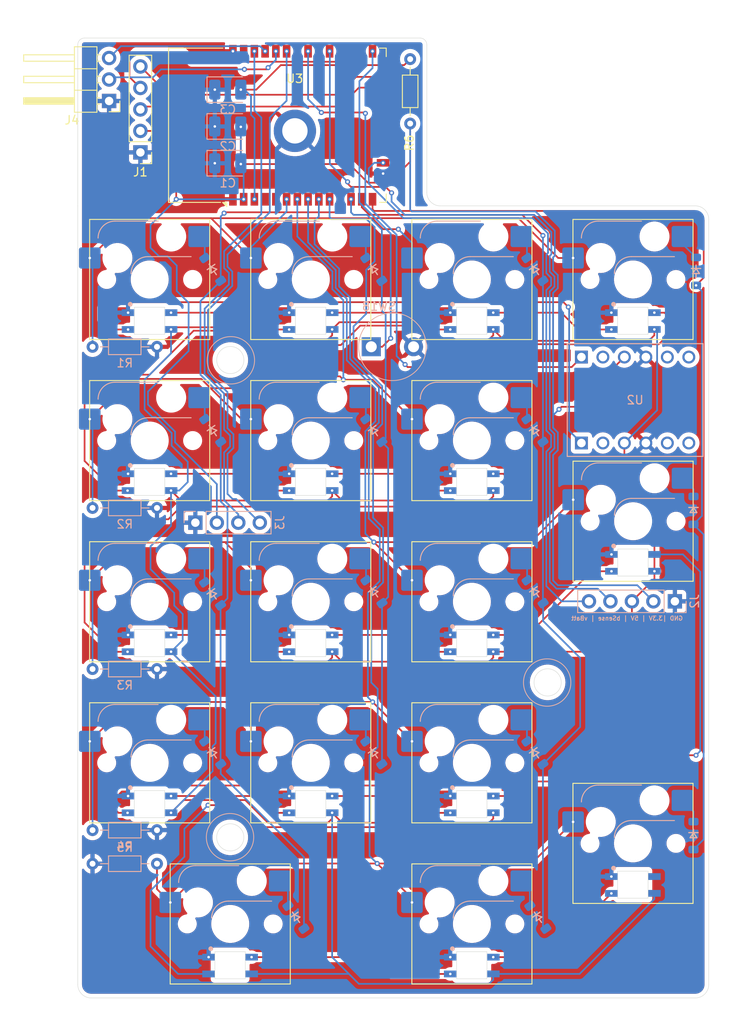
<source format=kicad_pcb>
(kicad_pcb (version 20240706) (generator "pcbnew") (generator_version "8.99")
  (layers (0 "F.Cu" signal) (31 "B.Cu" signal) (34 "B.Paste" user) (35 "F.Paste" user) (36 "B.SilkS" user "B.Silkscreen") (37 "F.SilkS" user "F.Silkscreen") (38 "B.Mask" user) (39 "F.Mask" user) (44 "Edge.Cuts" user) (50 "User.1" signal) (51 "User.2" signal) (52 "User.3" signal) (53 "User.4" signal) (54 "User.5" signal) (55 "User.6" signal) (56 "User.7" signal) (57 "User.8" signal) (58 "User.9" signal))
  (net 0 "")
  (net 1 "Net-(D1-K)")
  (net 2 "Col0")
  (net 3 "Col1")
  (net 4 "Net-(D2-K)")
  (net 5 "Net-(D3-K)")
  (net 6 "Col2")
  (net 7 "Net-(D4-K)")
  (net 8 "Col3")
  (net 9 "Net-(D5-K)")
  (net 10 "Net-(D6-K)")
  (net 11 "Net-(D7-K)")
  (net 12 "Net-(D8-K)")
  (net 13 "Net-(D9-K)")
  (net 14 "Net-(D10-K)")
  (net 15 "Net-(D11-K)")
  (net 16 "Net-(D12-K)")
  (net 17 "Net-(D13-K)")
  (net 18 "Net-(D14-K)")
  (net 19 "Net-(D15-K)")
  (net 20 "Net-(D16-K)")
  (net 21 "Net-(D17-K)")
  (net 22 "LV")
  (net 23 "ENC_SW")
  (net 24 "ENC_CLK")
  (net 25 "ENC_DT")
  (net 26 "GND")
  (net 27 "batt_voltage_Pin")
  (net 28 "batt_chargesense")
  (net 29 "HV")
  (net 30 "SDA")
  (net 31 "SCL")
  (net 32 "Row1")
  (net 33 "Row2")
  (net 34 "Row3")
  (net 35 "Row4")
  (net 36 "Net-(SW1-DO)")
  (net 37 "NEOPIXEL5VData_KEYS")
  (net 38 "Net-(SW2-DO)")
  (net 39 "Net-(SW3-DO)")
  (net 40 "Net-(SW4-DO)")
  (net 41 "Net-(SW5-DO)")
  (net 42 "Net-(SW6-DO)")
  (net 43 "Net-(SW7-DO)")
  (net 44 "Net-(SW8-DO)")
  (net 45 "Net-(SW10-DI)")
  (net 46 "Net-(SW10-DO)")
  (net 47 "Net-(SW11-DO)")
  (net 48 "Net-(SW12-DO)")
  (net 49 "Net-(SW13-DO)")
  (net 50 "Net-(SW14-DO)")
  (net 51 "Net-(SW15-DO)")
  (net 52 "Net-(SW16-DO)")
  (net 57 "BOOT")
  (net 59 "NEOPIXEL_CONTROLL_KEYS")
  (net 62 "RXD0")
  (net 63 "ENable")
  (net 66 "TXD0")
  (net 77 "Row0")
  (footprint "tigmitNIGHTLY:hotswap socket with neopixel" (layer "F.Cu") (at 116.4245 120.595)
    (property "Reference" "SW17" (hide yes))
    (property "Value" "~" (hide yes))
    (fp_rect (start -1.791247 3.309765) (end 1.808753 6.509765) (stroke (width 0.05)) (fill none) (layer "Edge.Cuts"))
  )
  (footprint "tigmitNIGHTLY:hotswap socket with neopixel" (layer "F.Cu") (at 97.3745 111.07)
    (property "Reference" "SW14" (hide yes))
    (property "Value" "~" (hide yes))
    (fp_rect (start -1.791247 3.309765) (end 1.808753 6.509765) (stroke (width 0.05)) (fill none) (layer "Edge.Cuts"))
  )
  (footprint "tigmitNIGHTLY:R_Axial_DIN0204_L3.6mm_D1.6mm_P7.62mm_Horizontal" (layer "F.Cu") (at 90.1 35.51 90)
    (property "Reference" "R6")
    (property "Value" "10K")
  )
  (footprint "tigmitNIGHTLY:hotswap socket with neopixel" (layer "F.Cu") (at 78.3245 53.92)
    (property "Reference" "SW2" (hide yes))
    (property "Value" "~" (hide yes))
    (fp_rect (start -1.791247 3.309765) (end 1.808753 6.509765) (stroke (width 0.05)) (fill none) (layer "Edge.Cuts"))
  )
  (footprint "tigmitNIGHTLY:hotswap socket with neopixel" (layer "F.Cu") (at 78.3245 72.97)
    (property "Reference" "SW6" (hide yes))
    (property "Value" "~" (hide yes))
    (fp_rect (start -1.791247 3.309765) (end 1.808753 6.509765) (stroke (width 0.05)) (fill none) (layer "Edge.Cuts"))
  )
  (footprint "tigmitNIGHTLY:hotswap socket with neopixel" (layer "F.Cu") (at 97.3745 72.97)
    (property "Reference" "SW7" (hide yes))
    (property "Value" "~" (hide yes))
    (fp_rect (start -1.791247 3.309765) (end 1.808753 6.509765) (stroke (width 0.05)) (fill none) (layer "Edge.Cuts"))
  )
  (footprint "tigmitNIGHTLY:hotswap socket with neopixel" (layer "F.Cu") (at 97.3745 130.12)
    (property "Reference" "SW16" (hide yes))
    (property "Value" "~" (hide yes))
    (fp_rect (start -1.791247 3.309765) (end 1.808753 6.509765) (stroke (width 0.05)) (fill none) (layer "Edge.Cuts"))
  )
  (footprint "Connector_PinHeader_2.54mm:PinHeader_1x03_P2.54mm_Horizontal" (layer "F.Cu") (at 54.5 32.84 180)
    (property "Reference" "J4")
    (property "Value" "UART Download")
  )
  (footprint "tigmitNIGHTLY:hotswap socket with neopixel" (layer "F.Cu") (at 78.3245 92.025)
    (property "Reference" "SW9" (hide yes))
    (property "Value" "~" (hide yes))
    (fp_rect (start -1.791247 3.309765) (end 1.808753 6.509765) (stroke (width 0.05)) (fill none) (layer "Edge.Cuts"))
  )
  (footprint "tigmitNIGHTLY:hotswap socket with neopixel" (layer "F.Cu") (at 116.4245 53.92)
    (property "Reference" "SW4" (hide yes))
    (property "Value" "~" (hide yes))
    (fp_rect (start -1.791247 3.309765) (end 1.808753 6.509765) (stroke (width 0.05)) (fill none) (layer "Edge.Cuts"))
  )
  (footprint "tigmitNIGHTLY:hotswap socket with neopixel" (layer "F.Cu") (at 116.435 82.505)
    (property "Reference" "SW11" (hide yes))
    (property "Value" "~" (hide yes))
    (fp_rect (start -1.791247 3.309765) (end 1.808753 6.509765) (stroke (width 0.05)) (fill none) (layer "Edge.Cuts"))
  )
  (footprint "tigmitNIGHTLY:hotswap socket with neopixel" (layer "F.Cu") (at 59.2745 53.92)
    (property "Reference" "SW1" (hide yes))
    (property "Value" "~" (hide yes))
    (fp_rect (start -1.791247 3.309765) (end 1.808753 6.509765) (stroke (width 0.05)) (fill none) (layer "Edge.Cuts"))
  )
  (footprint "tigmitNIGHTLY:PinHeader_1x05_P2.54mm_Vertical" (layer "F.Cu") (at 58.2 38.92 180)
    (property "Reference" "J1")
    (property "Value" "Encoder input")
  )
  (footprint "tigmitNIGHTLY:hotswap socket with neopixel" (layer "F.Cu") (at 97.3745 53.92)
    (property "Reference" "SW3" (hide yes))
    (property "Value" "~" (hide yes))
    (fp_rect (start -1.791247 3.309765) (end 1.808753 6.509765) (stroke (width 0.05)) (fill none) (layer "Edge.Cuts"))
  )
  (footprint "tigmitNIGHTLY:ESP32-WROOM-32 tigmit" (layer "F.Cu") (at 77.39 35.71 90)
    (property "Reference" "U3")
    (property "Value" "ESP32-WROOM-32")
  )
  (footprint "tigmitNIGHTLY:hotswap socket with neopixel" (layer "F.Cu") (at 59.2745 111.07)
    (property "Reference" "SW12" (hide yes))
    (property "Value" "~" (hide yes))
    (fp_rect (start -1.791247 3.309765) (end 1.808753 6.509765) (stroke (width 0.05)) (fill none) (layer "Edge.Cuts"))
  )
  (footprint "tigmitNIGHTLY:hotswap socket with neopixel" (layer "F.Cu") (at 68.7995 130.12)
    (property "Reference" "SW15" (hide yes))
    (property "Value" "~" (hide yes))
    (fp_rect (start -1.791247 3.309765) (end 1.808753 6.509765) (stroke (width 0.05)) (fill none) (layer "Edge.Cuts"))
  )
  (footprint "tigmitNIGHTLY:hotswap socket with neopixel" (layer "F.Cu") (at 97.3745 92.025)
    (property "Reference" "SW10" (hide yes))
    (property "Value" "~" (hide yes))
    (fp_rect (start -1.791247 3.309765) (end 1.808753 6.509765) (stroke (width 0.05)) (fill none) (layer "Edge.Cuts"))
  )
  (footprint "tigmitNIGHTLY:hotswap socket with neopixel" (layer "F.Cu") (at 59.2745 72.97)
    (property "Reference" "SW5" (hide yes))
    (property "Value" "~" (hide yes))
    (fp_rect (start -1.791247 3.309765) (end 1.808753 6.509765) (stroke (width 0.05)) (fill none) (layer "Edge.Cuts"))
  )
  (footprint "tigmitNIGHTLY:hotswap socket with neopixel" (layer "F.Cu") (at 78.3245 111.07)
    (property "Reference" "SW13" (hide yes))
    (property "Value" "~" (hide yes))
    (fp_rect (start -1.791247 3.309765) (end 1.808753 6.509765) (stroke (width 0.05)) (fill none) (layer "Edge.Cuts"))
  )
  (footprint "tigmitNIGHTLY:hotswap socket with neopixel" (layer "F.Cu") (at 59.2745 92.025)
    (property "Reference" "SW8" (hide yes))
    (property "Value" "~" (hide yes))
    (fp_rect (start -1.791247 3.309765) (end 1.808753 6.509765) (stroke (width 0.05)) (fill none) (layer "Edge.Cuts"))
  )
  (footprint "tigmitNIGHTLY:Diode_SOD-123" (layer "B.Cu") (at 85.804001 109.906601 -55)
    (property "Reference" "D13" (hide yes))
    (property "Value" "D")
  )
  (footprint "tigmitNIGHTLY:Diode_SOD-123" (layer "B.Cu") (at 76.596401 129.351601 -55)
    (property "Reference" "D15" (hide yes))
    (property "Value" "D")
  )
  (footprint "tigmitNIGHTLY:Diode_SOD-123" (layer "B.Cu") (at 66.754001 71.806601 -55)
    (property "Reference" "D5" (hide yes))
    (property "Value" "D")
  )
  (footprint "Capacitor_Tantalum_SMD:CP_EIA-3528-12_Kemet-T" (layer "B.Cu") (at 68.5375 31.5)
    (property "Reference" "C3")
    (property "Value" "tbd")
  )
  (footprint "tigmitNIGHTLY:PinHeader_1x04_P2.54mm_Vertical" (layer "B.Cu") (at 64.7 82.7 -90)
    (property "Reference" "J3")
    (property "Value" "Display")
  )
  (footprint "tigmitNIGHTLY:Diode_SOD-123" (layer "B.Cu") (at 105.2 129.35 -55)
    (property "Reference" "D16" (hide yes))
    (property "Value" "D")
  )
  (footprint "tigmitNIGHTLY:Diode_SOD-123" (layer "B.Cu") (at 85.804001 71.806601 -55)
    (property "Reference" "D6" (hide yes))
    (property "Value" "D")
  )
  (footprint "tigmitNIGHTLY:R_Axial_DIN0204_L3.6mm_D1.6mm_P7.62mm_Horizontal" (layer "B.Cu") (at 52.5427 100.0062)
    (property "Reference" "R3")
    (property "Value" "10K")
  )
  (footprint "tigmitNIGHTLY:Diode_SOD-123" (layer "B.Cu") (at 123.904001 52.9924 -90)
    (property "Reference" "D4" (hide yes))
    (property "Value" "D")
  )
  (footprint "tigmitNIGHTLY:Diode_SOD-123" (layer "B.Cu") (at 104.854001 71.806601 -55)
    (property "Reference" "D7" (hide yes))
    (property "Value" "D")
  )
  (footprint "tigmitNIGHTLY:Diode_SOD-123" (layer "B.Cu") (at 123.6 119.7 -90)
    (property "Reference" "D17" (hide yes))
    (property "Value" "D")
  )
  (footprint "tigmitNIGHTLY:CONV_BOB-12009" (layer "B.Cu") (at 116.7 68.2 -90)
    (property "Reference" "U2")
    (property "Value" "BOB-12009")
  )
  (footprint "tigmitNIGHTLY:R_Axial_DIN0204_L3.6mm_D1.6mm_P7.62mm_Horizontal" (layer "B.Cu") (at 52.5427 119.055)
    (property "Reference" "R4")
    (property "Value" "10K")
  )
  (footprint "tigmitNIGHTLY:tigmit pushbutton" (layer "B.Cu") (at 85 61.9)
    (property "Reference" "SW18")
    (property "Value" "SW_Push")
  )
  (footprint "tigmitNIGHTLY:Diode_SOD-123" (layer "B.Cu") (at 104.854001 109.906601 -55)
    (property "Reference" "D14" (hide yes))
    (property "Value" "D")
  )
  (footprint "Capacitor_Tantalum_SMD:CP_EIA-3528-12_Kemet-T" (layer "B.Cu") (at 68.5375 40.2)
    (property "Reference" "C1")
    (property "Value" "10uF")
  )
  (footprint "Capacitor_Tantalum_SMD:CP_EIA-3528-12_Kemet-T" (layer "B.Cu") (at 68.5375 35.85)
    (property "Reference" "C2")
    (property "Value" "0.1uF")
  )
  (footprint "tigmitNIGHTLY:Diode_SOD-123" (layer "B.Cu") (at 85.824501 90.861601 -55)
    (property "Reference" "D9" (hide yes))
    (property "Value" "D")
  )
  (footprint "tigmitNIGHTLY:PinHeader_1x05_P2.54mm_Vertical" (layer "B.Cu") (at 121.4 92 90)
    (property "Reference" "J2")
    (property "Value" "pwr input")
  )
  (footprint "tigmitNIGHTLY:R_Axial_DIN0204_L3.6mm_D1.6mm_P7.62mm_Horizontal" (layer "B.Cu") (at 52.5427 80.9574)
    (property "Reference" "R2")
    (property "Value" "10K")
  )
  (footprint "tigmitNIGHTLY:Diode_SOD-123" (layer "B.Cu") (at 85.804001 52.756601 -55)
    (property "Reference" "D2" (hide yes))
    (property "Value" "D")
  )
  (footprint "tigmitNIGHTLY:Diode_SOD-123" (layer "B.Cu") (at 66.754001 52.756601 -55)
    (property "Reference" "D1" (hide yes))
    (property "Value" "D")
  )
  (footprint "tigmitNIGHTLY:Diode_SOD-123" (layer "B.Cu") (at 66.754001 109.906601 -55)
    (property "Reference" "D12" (hide yes))
    (property "Value" "D")
  )
  (footprint "tigmitNIGHTLY:R_Axial_DIN0204_L3.6mm_D1.6mm_P7.62mm_Horizontal" (layer "B.Cu") (at 52.5427 61.9086)
    (property "Reference" "R1")
    (property "Value" "10K")
  )
  (footprint "tigmitNIGHTLY:Diode_SOD-123" (layer "B.Cu") (at 104.854001 52.756601 -55)
    (property "Reference" "D3" (hide yes))
    (property "Value" "D")
  )
  (footprint "tigmitNIGHTLY:Diode_SOD-123" (layer "B.Cu") (at 123.6 81.25 -90)
    (property "Reference" "D11" (hide yes))
    (property "Value" "D")
  )
  (footprint "tigmitNIGHTLY:R_Axial_DIN0204_L3.6mm_D1.6mm_P7.62mm_Horizontal" (layer "B.Cu") (at 60.1627 123.0235 180)
    (property "Reference" "R5")
    (property "Value" "10K")
  )
  (footprint "tigmitNIGHTLY:Diode_SOD-123" (layer "B.Cu") (at 66.735 91.11 -55)
    (property "Reference" "D8" (hide yes))
    (property "Value" "D")
  )
  (footprint "tigmitNIGHTLY:Diode_SOD-123" (layer "B.Cu") (at 104.874501 90.861601 -55)
    (property "Reference" "D10" (hide yes))
    (property "Value" "D")
  )
  (gr_circle (center 106.3 101.6) (end 109.1 101.6) (stroke (width 0.1)) (fill none) (layer "B.SilkS"))
  (gr_circle (center 68.8 119.888375) (end 71.6 119.888375) (stroke (width 0.1)) (fill none) (layer "B.SilkS"))
  (gr_circle (center 68.9 63.5) (end 71.7 63.5) (stroke (width 0.1)) (fill none) (layer "B.SilkS"))
  (gr_arc (start 50.7968 26.1921) (mid 51.029269 25.630869) (end 51.5905 25.3984) (stroke (width 0.05)) (layer "Edge.Cuts"))
  (gr_line (start 51.5905 25.3984) (end 81.7511 25.3984) (stroke (width 0.05)) (layer "Edge.Cuts"))
  (gr_arc (start 52.3842 138.8975) (mid 51.261739 138.432561) (end 50.7968 137.3101) (stroke (width 0.05)) (layer "Edge.Cuts"))
  (gr_line (start 91.2755 25.3984) (end 81.7511 25.3984) (stroke (width 0.05)) (layer "Edge.Cuts"))
  (gr_circle (center 68.829193 119.9084) (end 70.437593 119.9084) (stroke (width 0.05)) (fill none) (layer "Edge.Cuts"))
  (gr_line (start 123.8172 45.2409) (end 93.6566 45.2409) (stroke (width 0.05)) (layer "Edge.Cuts"))
  (gr_line (start 125.4046 137.3101) (end 125.4046 46.8283) (stroke (width 0.05)) (layer "Edge.Cuts"))
  (gr_circle (center 68.833157 63.470265) (end 70.441557 63.470265) (stroke (width 0.05)) (fill none) (layer "Edge.Cuts"))
  (gr_line (start 123.8172 138.8975) (end 52.3842 138.8975) (stroke (width 0.05)) (layer "Edge.Cuts"))
  (gr_arc (start 91.2755 25.3984) (mid 91.836731 25.630869) (end 92.0692 26.1921) (stroke (width 0.05)) (layer "Edge.Cuts"))
  (gr_arc (start 125.4046 137.3101) (mid 124.939661 138.432561) (end 123.8172 138.8975) (stroke (width 0.05)) (layer "Edge.Cuts"))
  (gr_arc (start 93.6566 45.2409) (mid 92.534139 44.775961) (end 92.0692 43.6535) (stroke (width 0.05)) (layer "Edge.Cuts"))
  (gr_circle (center 106.3558 101.584386) (end 107.9642 101.584386) (stroke (width 0.05)) (fill none) (layer "Edge.Cuts"))
  (gr_line (start 92.0692 43.6535) (end 92.0692 26.1921) (stroke (width 0.05)) (layer "Edge.Cuts"))
  (gr_arc (start 123.8172 45.2409) (mid 124.939661 45.705839) (end 125.4046 46.8283) (stroke (width 0.05)) (layer "Edge.Cuts"))
  (gr_line (start 50.7968 45.2409) (end 50.7968 26.1921) (stroke (width 0.05)) (layer "Edge.Cuts"))
  (gr_line (start 50.7968 45.2409) (end 50.7968 137.3101) (stroke (width 0.05)) (layer "Edge.Cuts"))
  (gr_text "GND |3.3V | 5V | bSense | vBatt" (at 122.4 94.3 0) (layer "B.SilkS") (effects (font (size 0.5 0.5) (thickness 0.1)) (justify left bottom mirror)))
  (segment (start 65.8076 51.405) (end 65.8076 49.5311) (width 0.2) (layer "B.Cu") (net 1))
  (segment (start 65.8076 49.5311) (end 65.1415 48.865) (width 0.2) (layer "B.Cu") (net 1))
  (segment (start 68.1 46.1) (end 68.2 46) (width 0.2) (layer "F.Cu") (net 2))
  (segment (start 81.84 45.41) (end 81.84 44.46) (width 0.2) (layer "F.Cu") (net 2))
  (segment (start 81.25 46) (end 81.84 45.41) (width 0.2) (layer "F.Cu") (net 2))
  (segment (start 68.2 46) (end 81.25 46) (width 0.2) (layer "F.Cu") (net 2))
  (via (at 68.1 46.1) (size 0.6) (drill 0.3) (layers "F.Cu" "B.Cu") (net 2))
  (segment (start 67.700402 112.400402) (end 77.542802 122.242802) (width 0.2) (layer "B.Cu") (net 2))
  (segment (start 65.3 56.508604) (end 65.3 65.2) (width 0.2) (layer "B.Cu") (net 2))
  (segment (start 67.700402 111.258202) (end 67.700402 112.400402) (width 0.2) (layer "B.Cu") (net 2))
  (segment (start 68.5 91.643001) (end 67.681401 92.4616) (width 0.2) (layer "B.Cu") (net 2))
  (segment (start 65.3 65.2) (end 67.700402 67.600402) (width 0.2) (layer "B.Cu") (net 2))
  (segment (start 77.542802 122.242802) (end 77.542802 130.703202) (width 0.2) (layer "B.Cu") (net 2))
  (segment (start 68.5 81) (end 68.5 91.643001) (width 0.2) (layer "B.Cu") (net 2))
  (segment (start 67.700402 54.108202) (end 65.3 56.508604) (width 0.2) (layer "B.Cu") (net 2))
  (segment (start 68.1 46.1) (end 67.700402 46.499598) (width 0.2) (layer "B.Cu") (net 2))
  (segment (start 67.681401 111.239201) (end 67.700402 111.258202) (width 0.2) (layer "B.Cu") (net 2))
  (segment (start 67.700402 67.600402) (end 67.700402 73.158202) (width 0.2) (layer "B.Cu") (net 2))
  (segment (start 67.700402 46.499598) (end 67.700402 54.108202) (width 0.2) (layer "B.Cu") (net 2))
  (segment (start 67.700402 80.200402) (end 68.5 81) (width 0.2) (layer "B.Cu") (net 2))
  (segment (start 67.681401 92.4616) (end 67.681401 111.239201) (width 0.2) (layer "B.Cu") (net 2))
  (segment (start 67.700402 73.158202) (end 67.700402 80.200402) (width 0.2) (layer "B.Cu") (net 2))
  (via (at 83.11 44.46) (size 0.6) (drill 0.3) (layers "F.Cu" "B.Cu") (net 3))
  (segment (start 87.5 91.484104) (end 86.770902 92.213202) (width 0.2) (layer "B.Cu") (net 3))
  (segment (start 86.750402 54.108202) (end 86.750402 57.650402) (width 0.2) (layer "B.Cu") (net 3))
  (segment (start 85.001929 46.3) (end 86.750402 48.048473) (width 0.2) (layer "B.Cu") (net 3))
  (segment (start 83.4 46.3) (end 85.001929 46.3) (width 0.2) (layer "B.Cu") (net 3))
  (segment (start 86.750402 48.048473) (end 86.750402 54.108202) (width 0.2) (layer "B.Cu") (net 3))
  (segment (start 86.750402 57.650402) (end 87.2 58.1) (width 0.2) (layer "B.Cu") (net 3))
  (segment (start 87.2 58.1) (end 87.2 72.708604) (width 0.2) (layer "B.Cu") (net 3))
  (segment (start 86.750402 73.158202) (end 87.5 73.9078) (width 0.2) (layer "B.Cu") (net 3))
  (segment (start 87.2 72.708604) (end 86.750402 73.158202) (width 0.2) (layer "B.Cu") (net 3))
  (segment (start 83.11 46.01) (end 83.4 46.3) (width 0.2) (layer "B.Cu") (net 3))
  (segment (start 86.770902 111.237702) (end 86.750402 111.258202) (width 0.2) (layer "B.Cu") (net 3))
  (segment (start 87.5 73.9078) (end 87.5 91.484104) (width 0.2) (layer "B.Cu") (net 3))
  (segment (start 86.770902 92.213202) (end 86.770902 111.237702) (width 0.2) (layer "B.Cu") (net 3))
  (segment (start 83.11 44.46) (end 83.11 46.01) (width 0.2) (layer "B.Cu") (net 3))
  (segment (start 84.8576 51.405) (end 84.8576 49.5311) (width 0.2) (layer "B.Cu") (net 4))
  (segment (start 84.8576 49.5311) (end 84.1915 48.865) (width 0.2) (layer "B.Cu") (net 4))
  (segment (start 103.9076 51.405) (end 103.9076 49.5311) (width 0.2) (layer "B.Cu") (net 5))
  (segment (start 103.9076 49.5311) (end 103.2415 48.865) (width 0.2) (layer "B.Cu") (net 5))
  (segment (start 85.27 46.3) (end 84.38 45.41) (width 0.2) (layer "F.Cu") (net 6))
  (segment (start 105.8 48.751473) (end 103.348527 46.3) (width 0.2) (layer "F.Cu") (net 6))
  (segment (start 103.348527 46.3) (end 85.27 46.3) (width 0.2) (layer "F.Cu") (net 6))
  (segment (start 84.38 45.41) (end 84.38 44.46) (width 0.2) (layer "F.Cu") (net 6))
  (via (at 105.8 48.751473) (size 0.6) (drill 0.3) (layers "F.Cu" "B.Cu") (net 6))
  (segment (start 110.2 98.7) (end 110.2 106.858604) (width 0.2) (layer "B.Cu") (net 6))
  (segment (start 105.800402 92.192702) (end 105.820902 92.213202) (width 0.2) (layer "B.Cu") (net 6))
  (segment (start 105.800402 111.258202) (end 105.800402 130.355602) (width 0.2) (layer "B.Cu") (net 6))
  (segment (start 105.800402 73.158202) (end 105.800402 92.192702) (width 0.2) (layer "B.Cu") (net 6))
  (segment (start 105.800402 130.355602) (end 106.146401 130.701601) (width 0.2) (layer "B.Cu") (net 6))
  (segment (start 105.800402 48.751875) (end 105.800402 54.108202) (width 0.2) (layer "B.Cu") (net 6))
  (segment (start 105.800402 54.108202) (end 105.800402 73.158202) (width 0.2) (layer "B.Cu") (net 6))
  (segment (start 110.2 106.858604) (end 105.800402 111.258202) (width 0.2) (layer "B.Cu") (net 6))
  (segment (start 105.820902 94.320902) (end 110.2 98.7) (width 0.2) (layer "B.Cu") (net 6))
  (segment (start 105.8 48.751473) (end 105.800402 48.751875) (width 0.2) (layer "B.Cu") (net 6))
  (segment (start 105.820902 92.213202) (end 105.820902 94.320902) (width 0.2) (layer "B.Cu") (net 6))
  (segment (start 122.2915 49.729899) (end 122.2915 48.865) (width 0.2) (layer "B.Cu") (net 7))
  (segment (start 123.904001 51.3424) (end 122.2915 49.729899) (width 0.2) (layer "B.Cu") (net 7))
  (segment (start 85.8409 45.8409) (end 123.677519 45.8409) (width 0.2) (layer "F.Cu") (net 8))
  (segment (start 85.65 45.65) (end 85.8409 45.8409) (width 0.2) (layer "F.Cu") (net 8))
  (segment (start 123.677519 45.8409) (end 124.8046 46.967981) (width 0.2) (layer "F.Cu") (net 8))
  (segment (start 85.65 44.46) (end 85.65 45.65) (width 0.2) (layer "F.Cu") (net 8))
  (segment (start 124.8046 53.741801) (end 123.904001 54.6424) (width 0.2) (layer "F.Cu") (net 8))
  (segment (start 124.8046 46.967981) (end 124.8046 53.741801) (width 0.2) (layer "F.Cu") (net 8))
  (via (at 123.904001 54.6424) (size 0.6) (drill 0.3) (layers "F.Cu" "B.Cu") (net 8))
  (segment (start 124.8 84.1) (end 124.8 120.15) (width 0.2) (layer "B.Cu") (net 8))
  (segment (start 124.8 120.15) (end 123.6 121.35) (width 0.2) (layer "B.Cu") (net 8))
  (segment (start 123.6 82.9) (end 124.8 84.1) (width 0.2) (layer "B.Cu") (net 8))
  (segment (start 123.904001 54.6424) (end 124.6 55.338399) (width 0.2) (layer "B.Cu") (net 8))
  (segment (start 124.6 55.338399) (end 124.6 81.9) (width 0.2) (layer "B.Cu") (net 8))
  (segment (start 124.6 81.9) (end 123.6 82.9) (width 0.2) (layer "B.Cu") (net 8))
  (segment (start 65.8076 68.5811) (end 65.1415 67.915) (width 0.2) (layer "B.Cu") (net 9))
  (segment (start 65.8076 70.455) (end 65.8076 68.5811) (width 0.2) (layer "B.Cu") (net 9))
  (segment (start 84.8576 68.5811) (end 84.1915 67.915) (width 0.2) (layer "B.Cu") (net 10))
  (segment (start 84.8576 70.455) (end 84.8576 68.5811) (width 0.2) (layer "B.Cu") (net 10))
  (segment (start 103.9076 70.455) (end 103.9076 68.5811) (width 0.2) (layer "B.Cu") (net 11))
  (segment (start 103.9076 68.5811) (end 103.2415 67.915) (width 0.2) (layer "B.Cu") (net 11))
  (segment (start 65.788599 89.7584) (end 65.788599 87.617099) (width 0.2) (layer "B.Cu") (net 12))
  (segment (start 65.788599 87.617099) (end 65.1415 86.97) (width 0.2) (layer "B.Cu") (net 12))
  (segment (start 84.8781 87.6566) (end 84.1915 86.97) (width 0.2) (layer "B.Cu") (net 13))
  (segment (start 84.8781 89.51) (end 84.8781 87.6566) (width 0.2) (layer "B.Cu") (net 13))
  (segment (start 103.9281 87.6566) (end 103.2415 86.97) (width 0.2) (layer "B.Cu") (net 14))
  (segment (start 103.9281 89.51) (end 103.9281 87.6566) (width 0.2) (layer "B.Cu") (net 14))
  (segment (start 123.6 79.6) (end 123.6 78.748) (width 0.2) (layer "B.Cu") (net 15))
  (segment (start 123.6 78.748) (end 122.302 77.45) (width 0.2) (layer "B.Cu") (net 15))
  (segment (start 65.8076 106.6811) (end 65.1415 106.015) (width 0.2) (layer "B.Cu") (net 16))
  (segment (start 65.8076 108.555) (end 65.8076 106.6811) (width 0.2) (layer "B.Cu") (net 16))
  (segment (start 84.8576 106.6811) (end 84.1915 106.015) (width 0.2) (layer "B.Cu") (net 17))
  (segment (start 84.8576 108.555) (end 84.8576 106.6811) (width 0.2) (layer "B.Cu") (net 17))
  (segment (start 103.9076 108.555) (end 103.9076 106.6811) (width 0.2) (layer "B.Cu") (net 18))
  (segment (start 103.9076 106.6811) (end 103.2415 106.015) (width 0.2) (layer "B.Cu") (net 18))
  (segment (start 75.65 126.0485) (end 74.6665 125.065) (width 0.2) (layer "B.Cu") (net 19))
  (segment (start 75.65 128) (end 75.65 126.0485) (width 0.2) (layer "B.Cu") (net 19))
  (segment (start 104.253599 127.998399) (end 104.253599 126.077099) (width 0.2) (layer "B.Cu") (net 20))
  (segment (start 104.253599 126.077099) (end 103.2415 125.065) (width 0.2) (layer "B.Cu") (net 20))
  (segment (start 123.6 118.05) (end 123.6 116.8485) (width 0.2) (layer "B.Cu") (net 21))
  (segment (start 123.6 116.8485) (end 122.2915 115.54) (width 0.2) (layer "B.Cu") (net 21))
  (segment (start 87.62 42.5) (end 90.1 40.02) (width 0.2) (layer "F.Cu") (net 22))
  (segment (start 82.9 40.3) (end 85.1 42.5) (width 0.2) (layer "F.Cu") (net 22))
  (segment (start 70.075 40.3) (end 82.9 40.3) (width 0.2) (layer "F.Cu") (net 22))
  (segment (start 60.28 36.38) (end 58.2 36.38) (width 0.2) (layer "F.Cu") (net 22))
  (segment (start 90.1 40.02) (end 90.1 35.51) (width 0.2) (layer "F.Cu") (net 22))
  (segment (start 107.7 69.3) (end 108 69) (width 0.2) (layer "F.Cu") (net 22))
  (segment (start 62.28 44.46) (end 62.44 44.46) (width 0.2) (layer "F.Cu") (net 22))
  (segment (start 108 69) (end 109.55 69) (width 0.2) (layer "F.Cu") (net 22))
  (segment (start 85.1 42.5) (end 87.62 42.5) (width 0.2) (layer "F.Cu") (net 22))
  (segment (start 62.44 44.46) (end 62.44 38.54) (width 0.2) (layer "F.Cu") (net 22))
  (segment (start 70.075 35.9) (end 70.075 40.3) (width 0.2) (layer "F.Cu") (net 22))
  (segment (start 62.44 38.54) (end 60.28 36.38) (width 0.2) (layer "F.Cu") (net 22))
  (segment (start 109.55 69) (end 115.43 63.12) (width 0.2) (layer "F.Cu") (net 22))
  (via (at 107.7 69.3) (size 0.6) (drill 0.3) (layers "F.Cu" "B.Cu") (net 22))
  (via (at 70.075 35.9) (size 0.6) (drill 0.3) (layers "F.Cu" "B.Cu") (net 22))
  (via (at 70.075 40.3) (size 0.6) (drill 0.3) (layers "F.Cu" "B.Cu") (net 22))
  (via (at 70.41 44.46) (size 0.6) (drill 0.3) (layers "F.Cu" "B.Cu") (net 22))
  (via (at 62.44 44.46) (size 0.6) (drill 0.3) (layers "F.Cu" "B.Cu") (net 22))
  (segment (start 116.96 90.1) (end 111 90.1) (width 0.2) (layer "B.Cu") (net 22))
  (segment (start 107.562562 72.030789) (end 107.083044 71.551271) (width 0.2) (layer "B.Cu") (net 22))
  (segment (start 63.9 56.7) (end 62.5 55.3) (width 0.2) (layer "B.Cu") (net 22))
  (segment (start 59.4 47.5) (end 62.44 44.46) (width 0.2) (layer "B.Cu") (net 22))
  (segment (start 59.1 68.734314) (end 59.1 67.2) (width 0.2) (layer "B.Cu") (net 22))
  (segment (start 107.000402 76.4) (end 107.000402 74.7) (width 0.2) (layer "B.Cu") (net 22))
  (segment (start 62.44 44.46) (end 70.41 44.46) (width 0.2) (layer "B.Cu") (net 22))
  (segment (start 70.41 40.71) (end 70.41 44.46) (width 0.2) (layer "B.Cu") (net 22))
  (segment (start 107.565686 90.1) (end 107.000402 89.534716) (width 0.2) (layer "B.Cu") (net 22))
  (segment (start 62.5 52.3) (end 61.4 51.2) (width 0.2) (layer "B.Cu") (net 22))
  (segment (start 70.075 40.3) (end 70.075 40.375) (width 0.2) (layer "B.Cu") (net 22))
  (segment (start 63.9 62.4) (end 63.9 56.7) (width 0.2) (layer "B.Cu") (net 22))
  (segment (start 59.1 67.2) (end 63.9 62.4) (width 0.2) (layer "B.Cu") (net 22))
  (segment (start 107.000402 51.331372) (end 107.2 51.131774) (width 0.2) (layer "B.Cu") (net 22))
  (segment (start 62.3 73.2) (end 62.3 71.934314) (width 0.2) (layer "B.Cu") (net 22))
  (segment (start 107.2 51.131774) (end 107.2 48.171572) (width 0.2) (layer "B.Cu") (net 22))
  (segment (start 67.24 82.7) (end 67.24 78.14) (width 0.2) (layer "B.Cu") (net 22))
  (segment (start 70.075 35.85) (end 70.075 35.9) (width 0.2) (layer "B.Cu") (net 22))
  (segment (start 107.000402 71.468629) (end 107.000402 70.9) (width 0.2) (layer "B.Cu") (net 22))
  (segment (start 90.3 45.9) (end 90.1 45.7) (width 0.2) (layer "B.Cu") (net 22))
  (segment (start 70.075 40.375) (end 70.41 40.71) (width 0.2) (layer "B.Cu") (net 22))
  (segment (start 107.000402 69.999598) (end 107.000402 55.531372) (width 0.2) (layer "B.Cu") (net 22))
  (segment (start 107.000402 70.9) (end 107.000402 69.999598) (width 0.2) (layer "B.Cu") (net 22))
  (segment (start 90.1 45.7) (end 90.1 35.51) (width 0.2) (layer "B.Cu") (net 22))
  (segment (start 104.928428 45.9) (end 90.3 45.9) (width 0.2) (layer "B.Cu") (net 22))
  (segment (start 59.4 50.2) (end 59.4 47.5) (width 0.2) (layer "B.Cu") (net 22))
  (segment (start 60.4 51.2) (end 59.4 50.2) (width 0.2) (layer "B.Cu") (net 22))
  (segment (start 107.2 48.171572) (end 104.928428 45.9) (width 0.2) (layer "B.Cu") (net 22))
  (segment (start 107.562562 53.418391) (end 107.000402 52.856231) (width 0.2) (layer "B.Cu") (net 22))
  (segment (start 107.562562 54.969212) (end 107.562562 53.418391) (width 0.2) (layer "B.Cu") (net 22))
  (segment (start 107.083044 71.551271) (end 107.000402 71.468629) (width 0.2) (layer "B.Cu") (net 22))
  (segment (start 107.000402 74.7) (end 107.562562 74.13784) (width 0.2) (layer "B.Cu") (net 22))
  (segment (start 107.562562 72.5) (end 107.562562 72.030789) (width 0.2) (layer "B.Cu") (net 22))
  (segment (start 107.000402 87.2) (end 107.000402 76.4) (width 0.2) (layer "B.Cu") (net 22))
  (segment (start 67.24 78.14) (end 62.3 73.2) (width 0.2) (layer "B.Cu") (net 22))
  (segment (start 118.86 92) (end 116.96 90.1) (width 0.2) (layer "B.Cu") (net 22))
  (segment (start 107.000402 69.999598) (end 107.7 69.3) (width 0.2) (layer "B.Cu") (net 22))
  (segment (start 70.075 35.9) (end 70.075 40.2) (width 0.2) (layer "B.Cu") (net 22))
  (segment (start 107.000402 55.531372) (end 107.562562 54.969212) (width 0.2) (layer "B.Cu") (net 22))
  (segment (start 61.4 51.2) (end 60.4 51.2) (width 0.2) (layer "B.Cu") (net 22))
  (segment (start 107.562562 74.13784) (end 107.562562 72.5) (width 0.2) (layer "B.Cu") (net 22))
  (segment (start 62.5 55.3) (end 62.5 52.3) (width 0.2) (layer "B.Cu") (net 22))
  (segment (start 107.000402 89.534716) (end 107.000402 87.2) (width 0.2) (layer "B.Cu") (net 22))
  (segment (start 107.000402 52.856231) (end 107.000402 51.331372) (width 0.2) (layer "B.Cu") (net 22))
  (segment (start 111 90.1) (end 107.565686 90.1) (width 0.2) (layer "B.Cu") (net 22))
  (segment (start 70.075 40.2) (end 70.075 40.3) (width 0.2) (layer "B.Cu") (net 22))
  (segment (start 62.3 71.934314) (end 59.1 68.734314) (width 0.2) (layer "B.Cu") (net 22))
  (segment (start 81.8 33.5) (end 84.04 31.26) (width 0.2) (layer "F.Cu") (net 23))
  (segment (start 58.54 33.5) (end 58.2 33.84) (width 0.2) (layer "F.Cu") (net 23))
  (segment (start 84.04 31.26) (end 86.9 31.26) (width 0.2) (layer "F.Cu") (net 23))
  (segment (start 81.8 33.5) (end 58.54 33.5) (width 0.2) (layer "F.Cu") (net 23))
  (segment (start 81.6 32.1) (end 61.54 32.1) (width 0.2) (layer "F.Cu") (net 24))
  (segment (start 83.71 29.99) (end 86.9 29.99) (width 0.2) (layer "F.Cu") (net 24))
  (segment (start 81.6 32.1) (end 83.71 29.99) (width 0.2) (layer "F.Cu") (net 24))
  (segment (start 61.54 32.1) (end 58.2 28.76) (width 0.2) (layer "F.Cu") (net 24))
  (segment (start 56.9 27.9) (end 56.9 30) (width 0.2) (layer "F.Cu") (net 25))
  (segment (start 57.7 27.1) (end 56.9 27.9) (width 0.2) (layer "F.Cu") (net 25))
  (segment (start 84.09 28.2) (end 64.3 28.2) (width 0.2) (layer "F.Cu") (net 25))
  (segment (start 63.2 27.1) (end 57.7 27.1) (width 0.2) (layer "F.Cu") (net 25))
  (segment (start 64.3 28.2) (end 63.2 27.1) (width 0.2) (layer "F.Cu") (net 25))
  (segment (start 56.9 30) (end 58.2 31.3) (width 0.2) (layer "F.Cu") (net 25))
  (segment (start 84.38 26.96) (end 84.38 27.91) (width 0.2) (layer "F.Cu") (net 25))
  (segment (start 84.38 27.91) (end 84.09 28.2) (width 0.2) (layer "F.Cu") (net 25))
  (via (at 113.903753 86.454095) (size 0.6) (drill 0.3) (layers "F.Cu" "B.Cu") (net 26))
  (via (at 67 40.2) (size 0.6) (drill 0.3) (layers "F.Cu" "B.Cu") (net 26))
  (via (at 56.743253 95.974095) (size 0.6) (drill 0.3) (layers "F.Cu" "B.Cu") (net 26))
  (via (at 69.14 26.96) (size 0.6) (drill 0.3) (layers "F.Cu" "B.Cu") (net 26))
  (via (at 67 31.5) (size 0.6) (drill 0.3) (layers "F.Cu" "B.Cu") (net 26))
  (via (at 66.268253 134.069095) (size 0.6) (drill 0.3) (layers "F.Cu" "B.Cu") (net 26))
  (via (at 56.743253 57.869095) (size 0.6) (drill 0.3) (layers "F.Cu" "B.Cu") (net 26))
  (via (at 75.793253 76.919095) (size 0.6) (drill 0.3) (layers "F.Cu" "B.Cu") (net 26))
  (via (at 56.743253 115.019095) (size 0.6) (drill 0.3) (layers "F.Cu" "B.Cu") (net 26))
  (via (at 75.793253 57.869095) (size 0.6) (drill 0.3) (layers "F.Cu" "B.Cu") (net 26))
  (via (at 94.843253 95.974095) (size 0.6) (drill 0.3) (layers "F.Cu" "B.Cu") (net 26))
  (via (at 94.843253 115.019095) (size 0.6) (drill 0.3) (layers "F.Cu" "B.Cu") (net 26))
  (via (at 113.893253 124.544095) (size 0.6) (drill 0.3) (layers "F.Cu" "B.Cu") (net 26))
  (via (at 94.843253 76.919095) (size 0.6) (drill 0.3) (layers "F.Cu" "B.Cu") (net 26))
  (via (at 113.893253 57.869095) (size 0.6) (drill 0.3) (layers "F.Cu" "B.Cu") (net 26))
  (via (at 86.9 41.42) (size 0.6) (drill 0.3) (layers "F.Cu" "B.Cu") (net 26))
  (via (at 75.793253 95.974095) (size 0.6) (drill 0.3) (layers "F.Cu" "B.Cu") (net 26))
  (via (at 67 35.85) (size 0.6) (drill 0.3) (layers "F.Cu" "B.Cu") (net 26))
  (via (at 94.843253 57.869095) (size 0.6) (drill 0.3) (layers "F.Cu" "B.Cu") (net 26))
  (via (at 75.793253 115.019095) (size 0.6) (drill 0.3) (layers "F.Cu" "B.Cu") (net 26))
  (via (at 56.743253 76.919095) (size 0.6) (drill 0.3) (layers "F.Cu" "B.Cu") (net 26))
  (via (at 94.843253 134.069095) (size 0.6) (drill 0.3) (layers "F.Cu" "B.Cu") (net 26))
  (via (at 86.9 40.15) (size 0.6) (drill 0.3) (layers "F.Cu" "B.Cu") (net 27))
  (segment (start 108 92) (end 106.200402 90.200402) (width 0.2) (layer "B.Cu") (net 27))
  (segment (start 111.24 92) (end 108 92) (width 0.2) (layer "B.Cu") (net 27))
  (segment (start 106.762562 54.63784) (end 106.762562 53.749763) (width 0.2) (layer "B.Cu") (net 27))
  (segment (start 85.85 40.15) (end 86.9 40.15) (width 0.2) (layer "B.Cu") (net 27))
  (segment (start 106.200402 74.3) (end 106.762562 73.73784) (width 0.2) (layer "B.Cu") (net 27))
  (segment (start 85.2 40.8) (end 85.85 40.15) (width 0.2) (layer "B.Cu") (net 27))
  (segment (start 106.762562 53.749763) (end 106.200402 53.187603) (width 0.2) (layer "B.Cu") (net 27))
  (segment (start 106.200402 71.8) (end 106.200402 55.2) (width 0.2) (layer "B.Cu") (net 27))
  (segment (start 106.762562 72.36216) (end 106.200402 71.8) (width 0.2) (layer "B.Cu") (net 27))
  (segment (start 106.200402 90.200402) (end 106.200402 74.3) (width 0.2) (layer "B.Cu") (net 27))
  (segment (start 104.597056 46.7) (end 89.3 46.7) (width 0.2) (layer "B.Cu") (net 27))
  (segment (start 106.762562 73.73784) (end 106.762562 72.36216) (width 0.2) (layer "B.Cu") (net 27))
  (segment (start 106.200402 55.2) (end 106.762562 54.63784) (width 0.2) (layer "B.Cu") (net 27))
  (segment (start 106.200402 51) (end 106.4 50.800402) (width 0.2) (layer "B.Cu") (net 27))
  (segment (start 85.2 42.6) (end 85.2 40.8) (width 0.2) (layer "B.Cu") (net 27))
  (segment (start 106.200402 53.187603) (end 106.200402 51) (width 0.2) (layer "B.Cu") (net 27))
  (segment (start 106.4 50.800402) (end 106.4 48.502944) (width 0.2) (layer "B.Cu") (net 27))
  (segment (start 89.3 46.7) (end 85.2 42.6) (width 0.2) (layer "B.Cu") (net 27))
  (segment (start 106.4 48.502944) (end 104.597056 46.7) (width 0.2) (layer "B.Cu") (net 27))
  (segment (start 82.7 42.6) (end 82.7 42.4) (width 0.2) (layer "F.Cu") (net 28))
  (segment (start 87.2 43) (end 84.7 43) (width 0.2) (layer "F.Cu") (net 28))
  (segment (start 87.9 43.7) (end 87.2 43) (width 0.2) (layer "F.Cu") (net 28))
  (segment (start 84.7 43) (end 83.1 43) (width 0.2) (layer "F.Cu") (net 28))
  (segment (start 83.1 43) (end 82.7 42.6) (width 0.2) (layer "F.Cu") (net 28))
  (via (at 87.9 43.7) (size 0.6) (drill 0.3) (layers "F.Cu" "B.Cu") (net 28))
  (via (at 82.7 42.4) (size 0.6) (drill 0.3) (layers "F.Cu" "B.Cu") (net 28))
  (via (at 80.57 26.96) (size 0.6) (drill 0.3) (layers "F.Cu" "B.Cu") (net 28))
  (segment (start 106.600402 55.365686) (end 106.600402 71.634315) (width 0.2) (layer "B.Cu") (net 28))
  (segment (start 106.600402 89.700402) (end 107.4 90.5) (width 0.2) (layer "B.Cu") (net 28))
  (segment (start 112.28 90.5) (end 113.78 92) (width 0.2) (layer "B.Cu") (net 28))
  (segment (start 82.7 42.4) (end 80.6 40.3) (width 0.2) (layer "B.Cu") (net 28))
  (segment (start 107.162562 73.903526) (end 106.600402 74.465686) (width 0.2) (layer "B.Cu") (net 28))
  (segment (start 107.162562 54.803526) (end 106.600402 55.365686) (width 0.2) (layer "B.Cu") (net 28))
  (segment (start 87.9 43.7) (end 87.9 44.734314) (width 0.2) (layer "B.Cu") (net 28))
  (segment (start 87.9 44.734314) (end 89.465686 46.3) (width 0.2) (layer "B.Cu") (net 28))
  (segment (start 106.600402 71.634315) (end 107.162562 72.196475) (width 0.2) (layer "B.Cu") (net 28))
  (segment (start 106.8 48.337258) (end 106.8 50.966088) (width 0.2) (layer "B.Cu") (net 28))
  (segment (start 80.6 26.99) (end 80.57 26.96) (width 0.2) (layer "B.Cu") (net 28))
  (segment (start 106.600402 53.021917) (end 107.162562 53.584077) (width 0.2) (layer "B.Cu") (net 28))
  (segment (start 107.162562 72.196475) (end 107.162562 73.903526) (width 0.2) (layer "B.Cu") (net 28))
  (segment (start 106.600402 51.165686) (end 106.600402 53.021917) (width 0.2) (layer "B.Cu") (net 28))
  (segment (start 106.8 50.966088) (end 106.600402 51.165686) (width 0.2) (layer "B.Cu") (net 28))
  (segment (start 107.4 90.5) (end 112.28 90.5) (width 0.2) (layer "B.Cu") (net 28))
  (segment (start 107.162562 53.584077) (end 107.162562 54.803526) (width 0.2) (layer "B.Cu") (net 28))
  (segment (start 104.762742 46.3) (end 106.8 48.337258) (width 0.2) (layer "B.Cu") (net 28))
  (segment (start 89.465686 46.3) (end 104.762742 46.3) (width 0.2) (layer "B.Cu") (net 28))
  (segment (start 80.6 40.3) (end 80.6 26.99) (width 0.2) (layer "B.Cu") (net 28))
  (segment (start 106.600402 74.465686) (end 106.600402 89.700402) (width 0.2) (layer "B.Cu") (net 28))
  (segment (start 118.311546 61.2) (end 118.973253 60.538293) (width 0.2) (layer "F.Cu") (net 29))
  (segment (start 91.8 59) (end 94 61.2) (width 0.2) (layer "F.Cu") (net 29))
  (segment (start 82.050703 99.134765) (end 99.431781 99.134765) (width 0.2) (layer "F.Cu") (net 29))
  (segment (start 80.873253 59.852315) (end 81.725568 59) (width 0.2) (layer "F.Cu") (net 29))
  (segment (start 80.381781 61.029765) (end 80.873253 60.538293) (width 0.2) (layer "F.Cu") (net 29))
  (segment (start 63.325568 115.5) (end 70.6 115.5) (width 0.2) (layer "F.Cu") (net 29))
  (segment (start 118.983753 80.783753) (end 118.983753 88.437315) (width 0.2) (layer "F.Cu") (net 29))
  (segment (start 99.431781 118.179765) (end 99.923253 117.688293) (width 0.2) (layer "F.Cu") (net 29))
  (segment (start 72.8 59.6) (end 74.229765 61.029765) (width 0.2) (layer "F.Cu") (net 29))
  (segment (start 82.050703 80.079765) (end 99.431781 80.079765) (width 0.2) (layer "F.Cu") (net 29))
  (segment (start 99.261546 61.2) (end 99.923253 60.538293) (width 0.2) (layer "F.Cu") (net 29))
  (segment (start 99.923253 97.957315) (end 112.342685 97.957315) (width 0.2) (layer "F.Cu") (net 29))
  (segment (start 99.431781 99.134765) (end 99.923253 98.643293) (width 0.2) (layer "F.Cu") (net 29))
  (segment (start 80.873253 117.688293) (end 80.873253 117.002315) (width 0.2) (layer "F.Cu") (net 29))
  (segment (start 99.431781 80.079765) (end 99.923253 79.588293) (width 0.2) (layer "F.Cu") (net 29))
  (segment (start 99.923253 79.588293) (end 99.923253 78.902315) (width 0.2) (layer "F.Cu") (net 29))
  (segment (start 118.973253 60.538293) (end 118.973253 59.852315) (width 0.2) (layer "F.Cu") (net 29))
  (segment (start 116.32 93.98) (end 116.32 92) (width 0.2) (layer "F.Cu") (net 29))
  (segment (start 115.43 77.23) (end 118.983753 80.783753) (width 0.2) (layer "F.Cu") (net 29))
  (segment (start 80.873253 97.957315) (end 82.050703 99.134765) (width 0.2) (layer "F.Cu") (net 29))
  (segment (start 61.823253 97.957315) (end 63.000703 99.134765) (width 0.2) (layer "F.Cu") (net 29))
  (segment (start 118.983753 89.336247) (end 118.983753 88.437315) (width 0.2) (layer "F.Cu") (net 29))
  (segment (start 61.823253 59.852315) (end 62.075568 59.6) (width 0.2) (layer "F.Cu") (net 29))
  (segment (start 80.873253 60.538293) (end 80.873253 59.852315) (width 0.2) (layer "F.Cu") (net 29))
  (segment (start 62.075568 59.6) (end 72.8 59.6) (width 0.2) (layer "F.Cu") (net 29))
  (segment (start 74.229765 61.029765) (end 80.381781 61.029765) (width 0.2) (layer "F.Cu") (net 29))
  (segment (start 80.873253 79.588293) (end 80.873253 78.902315) (width 0.2) (layer "F.Cu") (net 29))
  (segment (start 82.050703 118.179765) (end 99.431781 118.179765) (width 0.2) (layer "F.Cu") (net 29))
  (segment (start 99.923253 98.643293) (end 99.923253 97.957315) (width 0.2) (layer "F.Cu") (net 29))
  (segment (start 94 61.2) (end 99.261546 61.2) (width 0.2) (layer "F.Cu") (net 29))
  (segment (start 112.342685 97.957315) (end 116.32 93.98) (width 0.2) (layer "F.Cu") (net 29))
  (segment (start 80.873253 98.643293) (end 80.873253 97.957315) (width 0.2) (layer "F.Cu") (net 29))
  (segment (start 99.923253 60.538293) (end 99.923253 59.852315) (width 0.2) (layer "F.Cu") (net 29))
  (segment (start 99.923253 117.688293) (end 99.923253 117.002315) (width 0.2) (layer "F.Cu") (net 29))
  (segment (start 99.923253 59.852315) (end 101.270938 61.2) (width 0.2) (layer "F.Cu") (net 29))
  (segment (start 61.823253 78.902315) (end 63.000703 80.079765) (width 0.2) (layer "F.Cu") (net 29))
  (segment (start 63.000703 80.079765) (end 80.381781 80.079765) (width 0.2) (layer "F.Cu") (net 29))
  (segment (start 61.823253 117.002315) (end 63.325568 115.5) (width 0.2) (layer "F.Cu") (net 29))
  (segment (start 80.381781 80.079765) (end 80.873253 79.588293) (width 0.2) (layer "F.Cu") (net 29))
  (segment (start 116.32 92) (end 118.983753 89.336247) (width 0.2) (layer "F.Cu") (net 29))
  (segment (start 80.873253 78.902315) (end 82.050703 80.079765) (width 0.2) (layer "F.Cu") (net 29))
  (segment (start 81.725568 59) (end 91.8 59) (width 0.2) (layer "F.Cu") (net 29))
  (segment (start 101.270938 61.2) (end 118.311546 61.2) (width 0.2) (layer "F.Cu") (net 29))
  (segment (start 73.279765 118.179765) (end 80.381781 118.179765) (width 0.2) (layer "F.Cu") (net 29))
  (segment (start 80.873253 117.002315) (end 82.050703 118.179765) (width 0.2) (layer "F.Cu") (net 29))
  (segment (start 80.381781 99.134765) (end 80.873253 98.643293) (width 0.2) (layer "F.Cu") (net 29))
  (segment (start 80.381781 118.179765) (end 80.873253 117.688293) (width 0.2) (layer "F.Cu") (net 29))
  (segment (start 63.000703 99.134765) (end 80.381781 99.134765) (width 0.2) (layer "F.Cu") (net 29))
  (segment (start 115.43 73.28) (end 115.43 77.23) (width 0.2) (layer "F.Cu") (net 29))
  (segment (start 70.6 115.5) (end 73.279765 118.179765) (width 0.2) (layer "F.Cu") (net 29))
  (via (at 80.873253 78.902315) (size 0.6) (drill 0.3) (layers "F.Cu" "B.Cu") (net 29))
  (via (at 80.873253 97.957315) (size 0.6) (drill 0.3) (layers "F.Cu" "B.Cu") (net 29))
  (via (at 80.873253 59.852315) (size 0.6) (drill 0.3) (layers "F.Cu" "B.Cu") (net 29))
  (via (at 99.923253 59.852315) (size 0.6) (drill 0.3) (layers "F.Cu" "B.Cu") (net 29))
  (via (at 118.983753 88.437315) (size 0.6) (drill 0.3) (layers "F.Cu" "B.Cu") (net 29))
  (via (at 61.823253 97.957315) (size 0.6) (drill 0.3) (layers "F.Cu" "B.Cu") (net 29))
  (via (at 99.923253 78.902315) (size 0.6) (drill 0.3) (layers "F.Cu" "B.Cu") (net 29))
  (via (at 99.923253 117.002315) (size 0.6) (drill 0.3) (layers "F.Cu" "B.Cu") (net 29))
  (via (at 80.873253 117.002315) (size 0.6) (drill 0.3) (layers "F.Cu" "B.Cu") (net 29))
  (via (at 99.923253 97.957315) (size 0.6) (drill 0.3) (layers "F.Cu" "B.Cu") (net 29))
  (via (at 61.823253 78.902315) (size 0.6) (drill 0.3) (layers "F.Cu" "B.Cu") (net 29))
  (via (at 61.823253 117.002315) (size 0.6) (drill 0.3) (layers "F.Cu" "B.Cu") (net 29))
  (via (at 118.973253 59.852315) (size 0.6) (drill 0.3) (layers "F.Cu" "B.Cu") (net 29))
  (via (at 61.823253 59.852315) (size 0.6) (drill 0.3) (layers "F.Cu" "B.Cu") (net 29))
  (segment (start 99.923253 136.738293) (end 99.923253 136.052315) (width 0.2) (layer "B.Cu") (net 29))
  (segment (start 63.2 93.5) (end 62.2 92.5) (width 0.2) (layer "B.Cu") (net 29))
  (segment (start 67.1 108.781401) (end 67.1 103.234062) (width 0.2) (layer "B.Cu") (net 29))
  (segment (start 66.738242 109.143159) (end 67.1 108.781401) (width 0.2) (layer "B.Cu") (net 29))
  (segment (start 67.1 103.234062) (end 61.823253 97.957315) (width 0.2) (layer "B.Cu") (net 29))
  (segment (start 82.852315 136.052315) (end 84.029765 137.229765) (width 0.2) (layer "B.Cu") (net 29))
  (segment (start 62.797685 78.902315) (end 63.8 77.9) (width 0.2) (layer "B.Cu") (net 29))
  (segment (start 63.8 75.5) (end 61.9 73.6) (width 0.2) (layer "B.Cu") (net 29))
  (segment (start 82.852315 136.052315) (end 80.873253 134.073253) (width 0.2) (layer "B.Cu") (net 29))
  (segment (start 66.738242 112.087326) (end 66.738242 109.143159) (width 0.2) (layer "B.Cu") (net 29))
  (segment (start 99.923253 136.052315) (end 110.134231 136.052315) (width 0.2) (layer "B.Cu") (net 29))
  (segment (start 119.3 60.179062) (end 118.973253 59.852315) (width 0.2) (layer "B.Cu") (net 29))
  (segment (start 59.4 88.2) (end 59.4 85.5) (width 0.2) (layer "B.Cu") (net 29))
  (segment (start 61.823253 83.076747) (end 61.823253 78.902315) (width 0.2) (layer "B.Cu") (net 29))
  (segment (start 63.8 77.9) (end 63.8 75.5) (width 0.2) (layer "B.Cu") (net 29))
  (segment (start 60 70.2) (end 59.6 70.2) (width 0.2) (layer "B.Cu") (net 29))
  (segment (start 59.6 70.2) (end 58.7 69.3) (width 0.2) (layer "B.Cu") (net 29))
  (segment (start 110.134231 136.052315) (end 118.973253 127.213293) (width 0.2) (layer "B.Cu") (net 29))
  (segment (start 63.2 96.6) (end 63.2 93.5) (width 0.2) (layer "B.Cu") (net 29))
  (segment (start 119.3 69.41) (end 119.3 60.179062) (width 0.2) (layer "B.Cu") (net 29))
  (segment (start 61.823253 78.902315) (end 62.797685 78.902315) (width 0.2) (layer "B.Cu") (net 29))
  (segment (start 62.2 92.5) (end 62.2 91) (width 0.2) (layer "B.Cu") (net 29))
  (segment (start 58.7 65.8) (end 61.823253 62.676747) (width 0.2) (layer "B.Cu") (net 29))
  (segment (start 99.431781 137.229765) (end 99.923253 136.738293) (width 0.2) (layer "B.Cu") (net 29))
  (segment (start 61.842685 97.957315) (end 63.2 96.6) (width 0.2) (layer "B.Cu") (net 29))
  (segment (start 61.823253 117.002315) (end 66.738242 112.087326) (width 0.2) (layer "B.Cu") (net 29))
  (segment (start 115.43 73.28) (end 119.3 69.41) (width 0.2) (layer "B.Cu") (net 29))
  (segment (start 80.873253 134.073253) (end 80.873253 117.002315) (width 0.2) (layer "B.Cu") (net 29))
  (segment (start 61.9 73.6) (end 61.9 72.1) (width 0.2) (layer "B.Cu") (net 29))
  (segment (start 71.348253 136.052315) (end 82.852315 136.052315) (width 0.2) (layer "B.Cu") (net 29))
  (segment (start 84.029765 137.229765) (end 99.431781 137.229765) (width 0.2) (layer "B.Cu") (net 29))
  (segment (start 59.4 85.5) (end 61.823253 83.076747) (width 0.2) (layer "B.Cu") (net 29))
  (segment (start 61.823253 97.957315) (end 61.842685 97.957315) (width 0.2) (layer "B.Cu") (net 29))
  (segment (start 118.973253 127.213293) (end 118.973253 126.527315) (width 0.2) (layer "B.Cu") (net 29))
  (segment (start 61.9 72.1) (end 60 70.2) (width 0.2) (layer "B.Cu") (net 29))
  (segment (start 62.2 91) (end 59.4 88.2) (width 0.2) (layer "B.Cu") (net 29))
  (segment (start 61.823253 62.676747) (end 61.823253 59.852315) (width 0.2) (layer "B.Cu") (net 29))
  (segment (start 58.7 69.3) (end 58.7 65.8) (width 0.2) (layer "B.Cu") (net 29))
  (via (at 75.49 26.96) (size 0.6) (drill 0.3) (layers "F.Cu" "B.Cu") (net 30))
  (segment (start 68.500402 67.26903) (end 66.2 64.968628) (width 0.2) (layer "B.Cu") (net 30))
  (segment (start 69.2 72.234314) (end 68.500402 71.534716) (width 0.2) (layer "B.Cu") (net 30))
  (segment (start 68.500402 52.434315) (end 68.500402 51) (width 0.2) (layer "B.Cu") (net 30))
  (segment (start 69.52 79.9) (end 69.1 79.9) (width 0.2) (layer "B.Cu") (net 30))
  (segment (start 72.32 82.7) (end 69.52 79.9) (width 0.2) (layer "B.Cu") (net 30))
  (segment (start 75.49 32.81) (end 75.49 26.96) (width 0.2) (layer "B.Cu") (net 30))
  (segment (start 68.500402 79.300402) (end 68.500402 74.565284) (width 0.2) (layer "B.Cu") (net 30))
  (segment (start 73.5 34.8) (end 75.49 32.81) (width 0.2) (layer "B.Cu") (net 30))
  (segment (start 68.500402 51) (end 73.5 46.000402) (width 0.2) (layer "B.Cu") (net 30))
  (segment (start 69.2 73.865686) (end 69.2 72.234314) (width 0.2) (layer "B.Cu") (net 30))
  (segment (start 66.2 64.968628) (end 66.2 57.565686) (width 0.2) (layer "B.Cu") (net 30))
  (segment (start 69.062562 52.996475) (end 68.500402 52.434315) (width 0.2) (layer "B.Cu") (net 30))
  (segment (start 73.5 46.000402) (end 73.5 34.8) (width 0.2) (layer "B.Cu") (net 30))
  (segment (start 66.2 57.565686) (end 69.062562 54.703124) (width 0.2) (layer "B.Cu") (net 30))
  (segment (start 68.500402 74.565284) (end 69.2 73.865686) (width 0.2) (layer "B.Cu") (net 30))
  (segment (start 69.062562 54.703124) (end 69.062562 52.996475) (width 0.2) (layer "B.Cu") (net 30))
  (segment (start 68.500402 71.534716) (end 68.500402 67.26903) (width 0.2) (layer "B.Cu") (net 30))
  (segment (start 69.1 79.9) (end 68.500402 79.300402) (width 0.2) (layer "B.Cu") (net 30))
  (via (at 71.68 26.96) (size 0.6) (drill 0.3) (layers "F.Cu" "B.Cu") (net 31))
  (segment (start 69.78 81.714315) (end 68.9 80.834314) (width 0.2) (layer "B.Cu") (net 31))
  (segment (start 68.662562 53.16216) (end 68.100402 52.6) (width 0.2) (layer "B.Cu") (net 31))
  (segment (start 68.662562 54.537438) (end 68.662562 53.16216) (width 0.2) (layer "B.Cu") (net 31))
  (segment (start 69.78 82.7) (end 69.78 81.714315) (width 0.2) (layer "B.Cu") (net 31))
  (segment (start 68.100402 74.399598) (end 68.8 73.7) (width 0.2) (layer "B.Cu") (net 31))
  (segment (start 68.100402 71.700402) (end 68.100402 67.434716) (width 0.2) (layer "B.Cu") (net 31))
  (segment (start 68.9 80.834314) (end 68.265685 80.2) (width 0.2) (layer "B.Cu") (net 31))
  (segment (start 65.8 57.4) (end 68.662562 54.537438) (width 0.2) (layer "B.Cu") (net 31))
  (segment (start 71.68 33.98) (end 71.68 26.96) (width 0.2) (layer "B.Cu") (net 31))
  (segment (start 68.265685 80.2) (end 68.100402 80.034717) (width 0.2) (layer "B.Cu") (net 31))
  (segment (start 68.100402 67.434716) (end 65.8 65.134314) (width 0.2) (layer "B.Cu") (net 31))
  (segment (start 72.5 34.8) (end 71.68 33.98) (width 0.2) (layer "B.Cu") (net 31))
  (segment (start 68.100402 50.599598) (end 72.5 46.2) (width 0.2) (layer "B.Cu") (net 31))
  (segment (start 68.8 73.7) (end 68.8 72.4) (width 0.2) (layer "B.Cu") (net 31))
  (segment (start 68.8 72.4) (end 68.100402 71.700402) (width 0.2) (layer "B.Cu") (net 31))
  (segment (start 72.5 46.2) (end 72.5 34.8) (width 0.2) (layer "B.Cu") (net 31))
  (segment (start 68.100402 52.6) (end 68.100402 50.599598) (width 0.2) (layer "B.Cu") (net 31))
  (segment (start 68.100402 80.034717) (end 68.100402 74.399598) (width 0.2) (layer "B.Cu") (net 31))
  (segment (start 65.8 65.134314) (end 65.8 57.4) (width 0.2) (layer "B.Cu") (net 31))
  (segment (start 65.4 65.7) (end 70.1645 70.4645) (width 0.2) (layer "F.Cu") (net 32))
  (segment (start 70.1645 70.4645) (end 71.255 70.4645) (width 0.2) (layer "F.Cu") (net 32))
  (segment (start 71.255 70.4645) (end 71.2645 70.455) (width 0.2) (layer "F.Cu") (net 32))
  (segment (start 77.876425 66.8) (end 79.276425 65.4) (width 0.2) (layer "F.Cu") (net 32))
  (segment (start 81.8 65.4) (end 82.2 65.8) (width 0.2) (layer "F.Cu") (net 32))
  (segment (start 79.276425 65.4) (end 81.8 65.4) (width 0.2) (layer "F.Cu") (net 32))
  (segment (start 65.4 65.7) (end 66.5 66.8) (width 0.2) (layer "F.Cu") (net 32))
  (segment (start 66.5 66.8) (end 77.876425 66.8) (width 0.2) (layer "F.Cu") (net 32))
  (segment (start 82.2 65.8) (end 85.6595 65.8) (width 0.2) (layer "F.Cu") (net 32))
  (segment (start 85.6595 65.8) (end 90.3145 70.455) (width 0.2) (layer "F.Cu") (net 32))
  (segment (start 56.9695 65.7) (end 65.4 65.7) (width 0.2) (layer "F.Cu") (net 32))
  (segment (start 52.2145 70.455) (end 56.9695 65.7) (width 0.2) (layer "F.Cu") (net 32))
  (via (at 71.2645 70.455) (size 0.6) (drill 0.3) (layers "F.Cu" "B.Cu") (net 32))
  (via (at 76.76 44.46) (size 0.6) (drill 0.3) (layers "F.Cu" "B.Cu") (net 32))
  (via (at 90.3145 70.455) (size 0.6) (drill 0.3) (layers "F.Cu" "B.Cu") (net 32))
  (via (at 52.2145 70.455) (size 0.6) (drill 0.3) (layers "F.Cu" "B.Cu") (net 32))
  (via (at 82.2 65.8) (size 0.6) (drill 0.3) (layers "F.Cu" "B.Cu") (net 32))
  (segment (start 80.9 53) (end 80.9 55.1) (width 0.2) (layer "B.Cu") (net 32))
  (segment (start 52.5427 70.7832) (end 52.2145 70.455) (width 0.2) (layer "B.Cu") (net 32))
  (segment (start 76.76 48.86) (end 80.9 53) (width 0.2) (layer "B.Cu") (net 32))
  (segment (start 76.76 44.46) (end 76.76 48.86) (width 0.2) (layer "B.Cu") (net 32))
  (segment (start 80.9 55.1) (end 82.2 56.4) (width 0.2) (layer "B.Cu") (net 32))
  (segment (start 82.2 56.4) (end 82.2 65.8) (width 0.2) (layer "B.Cu") (net 32))
  (segment (start 52.5427 80.9574) (end 52.5427 70.7832) (width 0.2) (layer "B.Cu") (net 32))
  (segment (start 85.8045 85) (end 90.3145 89.51) (width 0.2) (layer "F.Cu") (net 33))
  (segment (start 56.7245 85) (end 68.2 85) (width 0.2) (layer "F.Cu") (net 33))
  (segment (start 71.2645 88.0645) (end 71.2645 89.51) (width 0.2) (layer "F.Cu") (net 33))
  (segment (start 52.2145 89.51) (end 56.7245 85) (width 0.2) (layer "F.Cu") (net 33))
  (segment (start 85.8045 85) (end 104.365 85) (width 0.2) (layer "F.Cu") (net 33))
  (segment (start 104.365 85) (end 109.375 79.99) (width 0.2) (layer "F.Cu") (net 33))
  (segment (start 68.2 85) (end 85.8045 85) (width 0.2) (layer "F.Cu") (net 33))
  (segment (start 68.2 85) (end 71.2645 88.0645) (width 0.2) (layer "F.Cu") (net 33))
  (via (at 90.3145 89.51) (size 0.6) (drill 0.3) (layers "F.Cu" "B.Cu") (net 33))
  (via (at 78.03 44.46) (size 0.6) (drill 0.3) (layers "F.Cu" "B.Cu") (net 33))
  (via (at 85.8045 85) (size 0.6) (drill 0.3) (layers "F.Cu" "B.Cu") (net 33))
  (via (at 109.375 79.99) (size 0.6) (drill 0.3) (layers "F.Cu" "B.Cu") (net 33))
  (via (at 52.2145 89.51) (size 0.6) (drill 0.3) (layers "F.Cu" "B.Cu") (net 33))
  (via (at 71.2645 89.51) (size 0.6) (drill 0.3) (layers "F.Cu" "B.Cu") (net 33))
  (segment (start 78.03 49.564314) (end 81.3 52.834314) (width 0.2) (layer "B.Cu") (net 33))
  (segment (start 81.3 54.934314) (end 82.6 56.234314) (width 0.2) (layer "B.Cu") (net 33))
  (segment (start 86 70.7) (end 84.8 71.9) (width 0.2) (layer "B.Cu") (net 33))
  (segment (start 78.03 44.46) (end 78.03 49.564314) (width 0.2) (layer "B.Cu") (net 33))
  (segment (start 52.5427 89.8382) (end 52.2145 89.51) (width 0.2) (layer "B.Cu") (net 33))
  (segment (start 52.5427 100.0062) (end 52.5427 89.8382) (width 0.2) (layer "B.Cu") (net 33))
  (segment (start 82.6 56.234314) (end 82.6 63.5) (width 0.2) (layer "B.Cu") (net 33))
  (segment (start 86 66.9) (end 86 70.7) (width 0.2) (layer "B.Cu") (net 33))
  (segment (start 84.8 71.9) (end 84.8 83.9955) (width 0.2) (layer "B.Cu") (net 33))
  (segment (start 81.3 52.834314) (end 81.3 54.934314) (width 0.2) (layer "B.Cu") (net 33))
  (segment (start 84.8 83.9955) (end 85.8045 85) (width 0.2) (layer "B.Cu") (net 33))
  (segment (start 82.6 63.5) (end 86 66.9) (width 0.2) (layer "B.Cu") (net 33))
  (segment (start 68.3 103.9) (end 71.2645 106.8645) (width 0.2) (layer "F.Cu") (net 34))
  (segment (start 68.3 103.9) (end 85.6595 103.9) (width 0.2) (layer "F.Cu") (net 34))
  (segment (start 85.6595 103.9) (end 90.3145 108.555) (width 0.2) (layer "F.Cu") (net 34))
  (segment (start 56.8695 103.9) (end 68.3 103.9) (width 0.2) (layer "F.Cu") (net 34))
  (segment (start 71.2645 106.8645) (end 71.2645 108.555) (width 0.2) (layer "F.Cu") (net 34))
  (segment (start 52.2145 108.555) (end 56.8695 103.9) (width 0.2) (layer "F.Cu") (net 34))
  (via (at 85.6595 103.9) (size 0.6) (drill 0.3) (layers "F.Cu" "B.Cu") (net 34))
  (via (at 90.3145 108.555) (size 0.6) (drill 0.3) (layers "F.Cu" "B.Cu") (net 34))
  (via (at 79.3 44.46) (size 0.6) (drill 0.3) (layers "F.Cu" "B.Cu") (net 34))
  (via (at 71.2645 108.555) (size 0.6) (drill 0.3) (layers "F.Cu" "B.Cu") (net 34))
  (via (at 52.2145 108.555) (size 0.6) (drill 0.3) (layers "F.Cu" "B.Cu") (net 34))
  (segment (start 86.4 66.734314) (end 86.4 70.865686) (width 0.2) (layer "B.Cu") (net 34))
  (segment (start 78.8 47) (end 78.8 49.768628) (width 0.2) (layer "B.Cu") (net 34))
  (segment (start 81.7 52.668628) (end 81.7 54.768628) (width 0.2) (layer "B.Cu") (net 34))
  (segment (start 52.5427 119.055) (end 52.5427 108.8832) (width 0.2) (layer "B.Cu") (net 34))
  (segment (start 83 63.334314) (end 86.4 66.734314) (width 0.2) (layer "B.Cu") (net 34))
  (segment (start 85.1 103.3405) (end 85.6595 103.9) (width 0.2) (layer "B.Cu") (net 34))
  (segment (start 78.8 49.768628) (end 81.7 52.668628) (width 0.2) (layer "B.Cu") (net 34))
  (segment (start 79.3 46.5) (end 78.8 47) (width 0.2) (layer "B.Cu") (net 34))
  (segment (start 85.2 82.2) (end 86.5 83.5) (width 0.2) (layer "B.Cu") (net 34))
  (segment (start 85.1 91) (end 85.1 103.3405) (width 0.2) (layer "B.Cu") (net 34))
  (segment (start 86.5 83.5) (end 86.5 89.6) (width 0.2) (layer "B.Cu") (net 34))
  (segment (start 52.5427 108.8832) (end 52.2145 108.555) (width 0.2) (layer "B.Cu") (net 34))
  (segment (start 86.5 89.6) (end 85.1 91) (width 0.2) (layer "B.Cu") (net 34))
  (segment (start 79.3 44.46) (end 79.3 46.5) (width 0.2) (layer "B.Cu") (net 34))
  (segment (start 83 56.068628) (end 83 63.334314) (width 0.2) (layer "B.Cu") (net 34))
  (segment (start 85.2 72.065686) (end 85.2 82.2) (width 0.2) (layer "B.Cu") (net 34))
  (segment (start 86.4 70.865686) (end 85.2 72.065686) (width 0.2) (layer "B.Cu") (net 34))
  (segment (start 81.7 54.768628) (end 83 56.068628) (width 0.2) (layer "B.Cu") (net 34))
  (segment (start 86.2 123) (end 90.3145 127.1145) (width 0.2) (layer "F.Cu") (net 35))
  (segment (start 90.3145 127.1145) (end 90.3145 127.605) (width 0.2) (layer "F.Cu") (net 35))
  (segment (start 86.2 123) (end 104.4445 123) (width 0.2) (layer "F.Cu") (net 35))
  (segment (start 60.1627 123.0235) (end 60.1627 126.0282) (width 0.2) (layer "F.Cu") (net 35))
  (segment (start 60.1627 126.0282) (end 61.7395 127.605) (width 0.2) (layer "F.Cu") (net 35))
  (segment (start 104.4445 123) (end 109.3645 118.08) (width 0.2) (layer "F.Cu") (net 35))
  (segment (start 66.3445 123) (end 86.2 123) (width 0.2) (layer "F.Cu") (net 35))
  (segment (start 61.7395 127.605) (end 66.3445 123) (width 0.2) (layer "F.Cu") (net 35))
  (via (at 86.2 123) (size 0.6) (drill 0.3) (layers "F.Cu" "B.Cu") (net 35))
  (via (at 90.3145 127.605) (size 0.6) (drill 0.3) (layers "F.Cu" "B.Cu") (net 35))
  (via (at 80.57 44.46) (size 0.6) (drill 0.3) (layers "F.Cu" "B.Cu") (net 35))
  (via (at 61.7395 127.605) (size 0.6) (drill 0.3) (layers "F.Cu" "B.Cu") (net 35))
  (via (at 109.3645 118.08) (size 0.6) (drill 0.3) (layers "F.Cu" "B.Cu") (net 35))
  (segment (start 83.4 59.5) (end 83.4 63.168628) (width 0.2) (layer "B.Cu") (net 35))
  (segment (start 85.715686 72.115686) (end 85.715686 82.115686) (width 0.2) (layer "B.Cu") (net 35))
  (segment (start 85.5 91.165686) (end 85.5 101.6) (width 0.2) (layer "B.Cu") (net 35))
  (segment (start 85.715686 82.115686) (end 86.9 83.3) (width 0.2) (layer "B.Cu") (net 35))
  (segment (start 86.8 66.568628) (end 86.8 71.031372) (width 0.2) (layer "B.Cu") (net 35))
  (segment (start 85.3 122.1) (end 86.2 123) (width 0.2) (layer "B.Cu") (net 35))
  (segment (start 84.9 58) (end 83.4 59.5) (width 0.2) (layer "B.Cu") (net 35))
  (segment (start 86.2595 109.2405) (end 85.3 110.2) (width 0.2) (layer "B.Cu") (net 35))
  (segment (start 85.5 101.6) (end 86.2595 102.3595) (width 0.2) (layer "B.Cu") (net 35))
  (segment (start 85.9 47.763756) (end 85.9 51.8) (width 0.2) (layer "B.Cu") (net 35))
  (segment (start 84.9 52.8) (end 84.9 58) (width 0.2) (layer "B.Cu") (net 35))
  (segment (start 85.3 110.2) (end 85.3 122.1) (width 0.2) (layer "B.Cu") (net 35))
  (segment (start 84.936244 46.8) (end 85.9 47.763756) (width 0.2) (layer "B.Cu") (net 35))
  (segment (start 80.57 46.57) (end 80.8 46.8) (width 0.2) (layer "B.Cu") (net 35))
  (segment (start 86.2595 102.3595) (end 86.2595 109.2405) (width 0.2) (layer "B.Cu") (net 35))
  (segment (start 86.9 89.765686) (end 85.5 91.165686) (width 0.2) (layer "B.Cu") (net 35))
  (segment (start 83.4 63.168628) (end 86.8 66.568628) (width 0.2) (layer "B.Cu") (net 35))
  (segment (start 86.8 71.031372) (end 85.715686 72.115686) (width 0.2) (layer "B.Cu") (net 35))
  (segment (start 85.9 51.8) (end 84.9 52.8) (width 0.2) (layer "B.Cu") (net 35))
  (segment (start 86.9 83.3) (end 86.9 89.765686) (width 0.2) (layer "B.Cu") (net 35))
  (segment (start 80.8 46.8) (end 84.936244 46.8) (width 0.2) (layer "B.Cu") (net 35))
  (segment (start 80.57 44.46) (end 80.57 46.57) (width 0.2) (layer "B.Cu") (net 35))
  (segment (start 61.823253 57.869095) (end 72.069095 57.869095) (width 0.2) (layer "F.Cu") (net 36))
  (segment (start 72.069095 57.869095) (end 74.059765 59.859765) (width 0.2) (layer "F.Cu") (net 36))
  (segment (start 74.059765 59.859765) (end 75.793253 59.859765) (width 0.2) (layer "F.Cu") (net 36))
  (via (at 61.823253 57.869095) (size 0.6) (drill 0.3) (layers "F.Cu" "B.Cu") (net 36))
  (via (at 75.793253 59.859765) (size 0.6) (drill 0.3) (layers "F.Cu" "B.Cu") (net 36))
  (segment (start 54.859765 59.859765) (end 56.743253 59.859765) (width 0.2) (layer "F.Cu") (net 37))
  (segment (start 53.7 57.3) (end 53.7 58.7) (width 0.2) (layer "F.Cu") (net 37))
  (segment (start 108.8 57.2) (end 108.229765 56.629765) (width 0.2) (layer "F.Cu") (net 37))
  (segment (start 53.7 58.7) (end 54.859765 59.859765) (width 0.2) (layer "F.Cu") (net 37))
  (segment (start 54.370235 56.629765) (end 53.7 57.3) (width 0.2) (layer "F.Cu") (net 37))
  (segment (start 108.229765 56.629765) (end 54.370235 56.629765) (width 0.2) (layer "F.Cu") (net 37))
  (via (at 56.743253 59.859765) (size 0.6) (drill 0.3) (layers "F.Cu" "B.Cu") (net 37))
  (via (at 108.8 57.2) (size 0.6) (drill 0.3) (layers "F.Cu" "B.Cu") (net 37))
  (segment (start 108.9 57.3) (end 108.9 71.83) (width 0.2) (layer "B.Cu") (net 37))
  (segment (start 108.8 57.2) (end 108.9 57.3) (width 0.2) (layer "B.Cu") (net 37))
  (segment (start 108.9 71.83) (end 110.35 73.28) (width 0.2) (layer "B.Cu") (net 37))
  (segment (start 91.469095 57.869095) (end 93.459765 59.859765) (width 0.2) (layer "F.Cu") (net 38))
  (segment (start 80.873253 57.869095) (end 91.469095 57.869095) (width 0.2) (layer "F.Cu") (net 38))
  (segment (start 93.459765 59.859765) (end 94.843253 59.859765) (width 0.2) (layer "F.Cu") (net 38))
  (via (at 80.873253 57.869095) (size 0.6) (drill 0.3) (layers "F.Cu" "B.Cu") (net 38))
  (via (at 94.843253 59.859765) (size 0.6) (drill 0.3) (layers "F.Cu" "B.Cu") (net 38))
  (segment (start 99.923253 57.869095) (end 107.969095 57.869095) (width 0.2) (layer "F.Cu") (net 39))
  (segment (start 109.959765 59.859765) (end 113.893253 59.859765) (width 0.2) (layer "F.Cu") (net 39))
  (segment (start 107.969095 57.869095) (end 109.959765 59.859765) (width 0.2) (layer "F.Cu") (net 39))
  (via (at 113.893253 59.859765) (size 0.6) (drill 0.3) (layers "F.Cu" "B.Cu") (net 39))
  (via (at 99.923253 57.869095) (size 0.6) (drill 0.3) (layers "F.Cu" "B.Cu") (net 39))
  (segment (start 70.6 60) (end 64.5 60) (width 0.2) (layer "F.Cu") (net 40))
  (segment (start 64.5 60) (end 59.3 65.2) (width 0.2) (layer "F.Cu") (net 40))
  (segment (start 51.6 66.8968) (end 51.6 75.4) (width 0.2) (layer "F.Cu") (net 40))
  (segment (start 72.3 61.7) (end 70.6 60) (width 0.2) (layer "F.Cu") (net 40))
  (segment (start 55.109765 78.909765) (end 56.683253 78.909765) (width 0.2) (layer "F.Cu") (net 40))
  (segment (start 121 60.1) (end 119.5 61.6) (width 0.2) (layer "F.Cu") (net 40))
  (segment (start 121 58.7) (end 121 60.1) (width 0.2) (layer "F.Cu") (net 40))
  (segment (start 53.2968 65.2) (end 51.6 66.8968) (width 0.2) (layer "F.Cu") (net 40))
  (segment (start 51.6 75.4) (end 55.109765 78.909765) (width 0.2) (layer "F.Cu") (net 40))
  (segment (start 81.9 61.7) (end 72.3 61.7) (width 0.2) (layer "F.Cu") (net 40))
  (segment (start 119.5 61.6) (end 93.7 61.6) (width 0.2) (layer "F.Cu") (net 40))
  (segment (start 84.2 59.4) (end 81.9 61.7) (width 0.2) (layer "F.Cu") (net 40))
  (segment (start 118.973253 57.869095) (end 120.169095 57.869095) (width 0.2) (layer "F.Cu") (net 40))
  (segment (start 59.3 65.2) (end 53.2968 65.2) (width 0.2) (layer "F.Cu") (net 40))
  (segment (start 120.169095 57.869095) (end 121 58.7) (width 0.2) (layer "F.Cu") (net 40))
  (segment (start 93.7 61.6) (end 91.5 59.4) (width 0.2) (layer "F.Cu") (net 40))
  (segment (start 91.5 59.4) (end 84.2 59.4) (width 0.2) (layer "F.Cu") (net 40))
  (via (at 118.973253 57.869095) (size 0.6) (drill 0.3) (layers "F.Cu" "B.Cu") (net 40))
  (via (at 56.683253 78.909765) (size 0.6) (drill 0.3) (layers "F.Cu" "B.Cu") (net 40))
  (segment (start 69.819095 76.919095) (end 71.809765 78.909765) (width 0.2) (layer "F.Cu") (net 41))
  (segment (start 61.823253 76.919095) (end 69.819095 76.919095) (width 0.2) (layer "F.Cu") (net 41))
  (segment (start 71.809765 78.909765) (end 75.793253 78.909765) (width 0.2) (layer "F.Cu") (net 41))
  (via (at 61.823253 76.919095) (size 0.6) (drill 0.3) (layers "F.Cu" "B.Cu") (net 41))
  (via (at 75.793253 78.909765) (size 0.6) (drill 0.3) (layers "F.Cu" "B.Cu") (net 41))
  (segment (start 90.709765 78.909765) (end 94.843253 78.909765) (width 0.2) (layer "F.Cu") (net 42))
  (segment (start 80.873253 76.919095) (end 88.719095 76.919095) (width 0.2) (layer "F.Cu") (net 42))
  (segment (start 88.719095 76.919095) (end 90.709765 78.909765) (width 0.2) (layer "F.Cu") (net 42))
  (via (at 94.843253 78.909765) (size 0.6) (drill 0.3) (layers "F.Cu" "B.Cu") (net 42))
  (via (at 80.873253 76.919095) (size 0.6) (drill 0.3) (layers "F.Cu" "B.Cu") (net 42))
  (segment (start 101.119095 76.919095) (end 101.9 77.7) (width 0.2) (layer "F.Cu") (net 43))
  (segment (start 61.5 82.3) (end 52.9 82.3) (width 0.2) (layer "F.Cu") (net 43))
  (segment (start 51.6 83.6) (end 51.6 94.5) (width 0.2) (layer "F.Cu") (net 43))
  (segment (start 55.064765 97.964765) (end 56.683253 97.964765) (width 0.2) (layer "F.Cu") (net 43))
  (segment (start 51.6 94.5) (end 55.064765 97.964765) (width 0.2) (layer "F.Cu") (net 43))
  (segment (start 52.9 82.3) (end 51.6 83.6) (width 0.2) (layer "F.Cu") (net 43))
  (segment (start 101.9 77.7) (end 101.9 80.1) (width 0.2) (layer "F.Cu") (net 43))
  (segment (start 63 80.8) (end 61.5 82.3) (width 0.2) (layer "F.Cu") (net 43))
  (segment (start 101.9 80.1) (end 101.2 80.8) (width 0.2) (layer "F.Cu") (net 43))
  (segment (start 101.2 80.8) (end 63 80.8) (width 0.2) (layer "F.Cu") (net 43))
  (segment (start 99.923253 76.919095) (end 101.119095 76.919095) (width 0.2) (layer "F.Cu") (net 43))
  (via (at 99.923253 76.919095) (size 0.6) (drill 0.3) (layers "F.Cu" "B.Cu") (net 43))
  (via (at 56.683253 97.964765) (size 0.6) (drill 0.3) (layers "F.Cu" "B.Cu") (net 43))
  (segment (start 69.974095 95.974095) (end 71.964765 97.964765) (width 0.2) (layer "F.Cu") (net 44))
  (segment (start 71.964765 97.964765) (end 75.793253 97.964765) (width 0.2) (layer "F.Cu") (net 44))
  (segment (start 61.823253 95.974095) (end 69.974095 95.974095) (width 0.2) (layer "F.Cu") (net 44))
  (via (at 61.823253 95.974095) (size 0.6) (drill 0.3) (layers "F.Cu" "B.Cu") (net 44))
  (via (at 75.793253 97.964765) (size 0.6) (drill 0.3) (layers "F.Cu" "B.Cu") (net 44))
  (segment (start 91.164765 97.964765) (end 94.843253 97.964765) (width 0.2) (layer "F.Cu") (net 45))
  (segment (start 89.174095 95.974095) (end 91.164765 97.964765) (width 0.2) (layer "F.Cu") (net 45))
  (segment (start 80.873253 95.974095) (end 89.174095 95.974095) (width 0.2) (layer "F.Cu") (net 45))
  (via (at 94.843253 97.964765) (size 0.6) (drill 0.3) (layers "F.Cu" "B.Cu") (net 45))
  (via (at 80.873253 95.974095) (size 0.6) (drill 0.3) (layers "F.Cu" "B.Cu") (net 45))
  (segment (start 99.923253 95.974095) (end 104.025905 95.974095) (width 0.2) (layer "F.Cu") (net 46))
  (segment (start 111.555235 88.444765) (end 113.903753 88.444765) (width 0.2) (layer "F.Cu") (net 46))
  (segment (start 104.025905 95.974095) (end 111.555235 88.444765) (width 0.2) (layer "F.Cu") (net 46))
  (via (at 113.903753 88.444765) (size 0.6) (drill 0.3) (layers "F.Cu" "B.Cu") (net 46))
  (via (at 99.923253 95.974095) (size 0.6) (drill 0.3) (layers "F.Cu" "B.Cu") (net 46))
  (segment (start 121.67785 110.2) (end 118.57785 113.3) (width 0.2) (layer "F.Cu") (net 47))
  (segment (start 54.6 116) (end 55.609765 117.009765) (width 0.2) (layer "F.Cu") (net 47))
  (segment (start 100.6 113.7) (end 96.2 113.7) (width 0.2) (layer "F.Cu") (net 47))
  (segment (start 123.9 110.2) (end 121.67785 110.2) (width 0.2) (layer "F.Cu") (net 47))
  (segment (start 96.120235 113.779765) (end 55.720235 113.779765) (width 0.2) (layer "F.Cu") (net 47))
  (segment (start 96.2 113.7) (end 96.120235 113.779765) (width 0.2) (layer "F.Cu") (net 47))
  (segment (start 101 113.3) (end 100.6 113.7) (width 0.2) (layer "F.Cu") (net 47))
  (segment (start 55.609765 117.009765) (end 56.683253 117.009765) (width 0.2) (layer "F.Cu") (net 47))
  (segment (start 118.57785 113.3) (end 101 113.3) (width 0.2) (layer "F.Cu") (net 47))
  (segment (start 54.6 114.9) (end 54.6 116) (width 0.2) (layer "F.Cu") (net 47))
  (segment (start 55.720235 113.779765) (end 54.6 114.9) (width 0.2) (layer "F.Cu") (net 47))
  (via (at 123.9 110.2) (size 0.6) (drill 0.3) (layers "F.Cu" "B.Cu") (net 47))
  (via (at 56.683253 117.009765) (size 0.6) (drill 0.3) (layers "F.Cu" "B.Cu") (net 47))
  (segment (start 122.354095 86.454095) (end 123.9 88) (width 0.2) (layer "B.Cu") (net 47))
  (segment (start 124.4 89.7) (end 124.4 109.7) (width 0.2) (layer "B.Cu") (net 47))
  (segment (start 123.9 88) (end 124.4 88.5) (width 0.2) (layer "B.Cu") (net 47))
  (segment (start 124.4 109.7) (end 123.9 110.2) (width 0.2) (layer "B.Cu") (net 47))
  (segment (start 124.4 88.5) (end 124.4 89.7) (width 0.2) (layer "B.Cu") (net 47))
  (segment (start 118.983753 86.454095) (end 122.354095 86.454095) (width 0.2) (layer "B.Cu") (net 47))
  (segment (start 72.119095 115.019095) (end 74.109765 117.009765) (width 0.2) (layer "F.Cu") (net 48))
  (segment (start 61.823253 115.019095) (end 72.119095 115.019095) (width 0.2) (layer "F.Cu") (net 48))
  (segment (start 74.109765 117.009765) (end 75.793253 117.009765) (width 0.2) (layer "F.Cu") (net 48))
  (via (at 75.793253 117.009765) (size 0.6) (drill 0.3) (layers "F.Cu" "B.Cu") (net 48))
  (via (at 61.823253 115.019095) (size 0.6) (drill 0.3) (layers "F.Cu" "B.Cu") (net 48))
  (segment (start 88.519095 115.019095) (end 90.509765 117.009765) (width 0.2) (layer "F.Cu") (net 49))
  (segment (start 90.509765 117.009765) (end 94.843253 117.009765) (width 0.2) (layer "F.Cu") (net 49))
  (segment (start 80.873253 115.019095) (end 88.519095 115.019095) (width 0.2) (layer "F.Cu") (net 49))
  (via (at 94.843253 117.009765) (size 0.6) (drill 0.3) (layers "F.Cu" "B.Cu") (net 49))
  (via (at 80.873253 115.019095) (size 0.6) (drill 0.3) (layers "F.Cu" "B.Cu") (net 49))
  (segment (start 101.219095 115.019095) (end 99.923253 115.019095) (width 0.2) (layer "F.Cu") (net 50))
  (segment (start 102.1 115.9) (end 101.219095 115.019095) (width 0.2) (layer "F.Cu") (net 50))
  (segment (start 66.2 116.1) (end 70.2 116.1) (width 0.2) (layer "F.Cu") (net 50))
  (segment (start 72.8 118.7) (end 101.2 118.7) (width 0.2) (layer "F.Cu") (net 50))
  (segment (start 70.2 116.1) (end 72.8 118.7) (width 0.2) (layer "F.Cu") (net 50))
  (segment (start 102.1 117.8) (end 102.1 115.9) (width 0.2) (layer "F.Cu") (net 50))
  (segment (start 101.2 118.7) (end 102.1 117.8) (width 0.2) (layer "F.Cu") (net 50))
  (via (at 66.2 116.1) (size 0.6) (drill 0.3) (layers "F.Cu" "B.Cu") (net 50))
  (via (at 99.923253 115.019095) (size 0.6) (drill 0.3) (layers "F.Cu" "B.Cu") (net 50))
  (segment (start 59.4 126.2) (end 59.4 132.8) (width 0.2) (layer "B.Cu") (net 50))
  (segment (start 66.2 116.1) (end 63.4 118.9) (width 0.2) (layer "B.Cu") (net 50))
  (segment (start 63.4 118.9) (end 63.4 122.2) (width 0.2) (layer "B.Cu") (net 50))
  (segment (start 63.4 122.2) (end 59.4 126.2) (width 0.2) (layer "B.Cu") (net 50))
  (segment (start 59.4 132.8) (end 62.659765 136.059765) (width 0.2) (layer "B.Cu") (net 50))
  (segment (start 62.659765 136.059765) (end 66.268253 136.059765) (width 0.2) (layer "B.Cu") (net 50))
  (segment (start 85.869095 134.069095) (end 87.859765 136.059765) (width 0.2) (layer "F.Cu") (net 51))
  (segment (start 87.859765 136.059765) (end 94.843253 136.059765) (width 0.2) (layer "F.Cu") (net 51))
  (segment (start 71.348253 134.069095) (end 85.869095 134.069095) (width 0.2) (layer "F.Cu") (net 51))
  (via (at 94.843253 136.059765) (size 0.6) (drill 0.3) (layers "F.Cu" "B.Cu") (net 51))
  (via (at 71.348253 134.069095) (size 0.6) (drill 0.3) (layers "F.Cu" "B.Cu") (net 51))
  (segment (start 106.358923 134.069095) (end 113.893253 126.534765) (width 0.2) (layer "F.Cu") (net 52))
  (segment (start 99.923253 134.069095) (end 106.358923 134.069095) (width 0.2) (layer "F.Cu") (net 52))
  (via (at 99.923253 134.069095) (size 0.6) (drill 0.3) (layers "F.Cu" "B.Cu") (net 52))
  (via (at 113.893253 126.534765) (size 0.6) (drill 0.3) (layers "F.Cu" "B.Cu") (net 52))
  (segment (start 87.8 60.9) (end 86.8 61.9) (width 0.2) (layer "F.Cu") (net 57))
  (segment (start 86.8 61.9) (end 85.5 61.9) (width 0.2) (layer "F.Cu") (net 57))
  (via (at 87.8 60.9) (size 0.6) (drill 0.3) (layers "F.Cu" "B.Cu") (net 57))
  (via (at 85.65 26.96) (size 0.6) (drill 0.3) (layers "F.Cu" "B.Cu") (net 57))
  (segment (start 87.8 60.9) (end 87.8 48.532385) (width 0.2) (layer "B.Cu") (net 57))
  (segment (start 85.65 28.95) (end 85.65 26.96) (width 0.2) (layer "B.Cu") (net 57))
  (segment (start 84.1 30.5) (end 85.65 28.95) (width 0.2) (layer "B.Cu") (net 57))
  (segment (start 87.8 48.532385) (end 84.1 44.832385) (width 0.2) (layer "B.Cu") (net 57))
  (segment (start 84.1 44.832385) (end 84.1 30.5) (width 0.2) (layer "B.Cu") (net 57))
  (segment (start 109.2 64.3) (end 89.8 64.3) (width 0.2) (layer "F.Cu") (net 59))
  (segment (start 84.8 34.3) (end 84.7 34.2) (width 0.2) (layer "F.Cu") (net 59))
  (segment (start 110.145 63.355) (end 109.2 64.3) (width 0.2) (layer "F.Cu") (net 59))
  (segment (start 110.35 63.12) (end 110.145 63.325) (width 0.2) (layer "F.Cu") (net 59))
  (segment (start 110.145 63.325) (end 110.145 63.355) (width 0.2) (layer "F.Cu") (net 59))
  (segment (start 84.7 34.2) (end 79.6 34.2) (width 0.2) (layer "F.Cu") (net 59))
  (segment (start 89.8 64.3) (end 89.5 64) (width 0.2) (layer "F.Cu") (net 59))
  (via (at 84.8 34.3) (size 0.6) (drill 0.3) (layers "F.Cu" "B.Cu") (net 59))
  (via (at 79.6 34.2) (size 0.6) (drill 0.3) (layers "F.Cu" "B.Cu") (net 59))
  (via (at 78.03 26.96) (size 0.6) (drill 0.3) (layers "F.Cu" "B.Cu") (net 59))
  (via (at 89.5 64) (size 0.6) (drill 0.3) (layers "F.Cu" "B.Cu") (net 59))
  (segment (start 78.03 32.63) (end 78.03 26.96) (width 0.2) (layer "B.Cu") (net 59))
  (segment (start 88.5 63) (end 88.5 48.6667) (width 0.2) (layer "B.Cu") (net 59))
  (segment (start 84.8 44.9667) (end 84.8 34.3) (width 0.2) (layer "B.Cu") (net 59))
  (segment (start 88.5 48.6667) (end 84.8 44.9667) (width 0.2) (layer "B.Cu") (net 59))
  (segment (start 79.6 34.2) (end 78.03 32.63) (width 0.2) (layer "B.Cu") (net 59))
  (segment (start 89.5 64) (end 88.5 63) (width 0.2) (layer "B.Cu") (net 59))
  (segment (start 73.1 29.1) (end 73.3 28.9) (width 0.2) (layer "F.Cu") (net 62))
  (segment (start 70.5 29.1) (end 73.1 29.1) (width 0.2) (layer "F.Cu") (net 62))
  (via (at 74.22 26.96) (size 0.6) (drill 0.3) (layers "F.Cu" "B.Cu") (net 62))
  (via (at 73.3 28.9) (size 0.6) (drill 0.3) (layers "F.Cu" "B.Cu") (net 62))
  (via (at 70.5 29.1) (size 0.6) (drill 0.3) (layers "F.Cu" "B.Cu") (net 62))
  (segment (start 60.63023 29.1) (end 70.5 29.1) (width 0.2) (layer "B.Cu") (net 62))
  (segment (start 54.5 30.3) (end 54.759885 30.040115) (width 0.2) (layer "B.Cu") (net 62))
  (segment (start 59.690115 30.040115) (end 60.63023 29.1) (width 0.2) (layer "B.Cu") (net 62))
  (segment (start 73.3 28.9) (end 74.22 27.98) (width 0.2) (layer "B.Cu") (net 62))
  (segment (start 74.22 27.98) (end 74.22 26.96) (width 0.2) (layer "B.Cu") (net 62))
  (segment (start 54.759885 30.040115) (end 59.690115 30.040115) (width 0.2) (layer "B.Cu") (net 62))
  (segment (start 71.9 31.5) (end 74.8 28.6) (width 0.2) (layer "F.Cu") (net 63))
  (segment (start 74.8 28.6) (end 89.39 28.6) (width 0.2) (layer "F.Cu") (net 63))
  (segment (start 89.39 28.6) (end 90.1 27.89) (width 0.2) (layer "F.Cu") (net 63))
  (segment (start 70.075 31.5) (end 71.9 31.5) (width 0.2) (layer "F.Cu") (net 63))
  (via (at 71.68 44.46) (size 0.6) (drill 0.3) (layers "F.Cu" "B.Cu") (net 63))
  (via (at 70.075 31.5) (size 0.6) (drill 0.3) (layers "F.Cu" "B.Cu") (net 63))
  (segment (start 71.7 44.44) (end 71.68 44.46) (width 0.2) (layer "B.Cu") (net 63))
  (segment (start 71.28 34.48) (end 71.7 34.9) (width 0.2) (layer "B.Cu") (net 63))
  (segment (start 70.5 31.5) (end 71.28 32.28) (width 0.2) (layer "B.Cu") (net 63))
  (segment (start 71.28 32.28) (end 71.28 34.48) (width 0.2) (layer "B.Cu") (net 63))
  (segment (start 71.7 34.9) (end 71.7 44.44) (width 0.2) (layer "B.Cu") (net 63))
  (segment (start 70.075 31.5) (end 70.5 31.5) (width 0.2) (layer "B.Cu") (net 63))
  (via (at 72.95 26.96) (size 0.6) (drill 0.3) (layers "F.Cu" "B.Cu") (net 66))
  (segment (start 55.9 26.36) (end 72.35 26.36) (width 0.2) (layer "B.Cu") (net 66))
  (segment (start 54.5 27.76) (end 55.9 26.36) (width 0.2) (layer "B.Cu") (net 66))
  (segment (start 72.35 26.36) (end 72.95 26.96) (width 0.2) (layer "B.Cu") (net 66))
  (segment (start 52.2145 51.405) (end 56.9195 46.7) (width 0.2) (layer "F.Cu") (net 77))
  (segment (start 86.9095 48) (end 88.7 48) (width 0.2) (layer "F.Cu") (net 77))
  (segment (start 107.605 51.405) (end 102.9 46.7) (width 0.2) (layer "F.Cu") (net 77))
  (segment (start 66.5595 46.7) (end 71.2645 51.405) (width 0.2) (layer "F.Cu") (net 77))
  (segment (start 102.9 46.7) (end 85.6095 46.7) (width 0.2) (layer "F.Cu") (net 77))
  (segment (start 85.6095 46.7) (end 86.9095 48) (width 0.2) (layer "F.Cu") (net 77))
  (segment (start 109.3645 51.405) (end 107.605 51.405) (width 0.2) (layer "F.Cu") (net 77))
  (segment (start 66.5595 46.7) (end 85.6095 46.7) (width 0.2) (layer "F.Cu") (net 77))
  (segment (start 56.9195 46.7) (end 66.5595 46.7) (width 0.2) (layer "F.Cu") (net 77))
  (via (at 52.2145 51.405) (size 0.6) (drill 0.3) (layers "F.Cu" "B.Cu") (net 77))
  (via (at 75.49 44.46) (size 0.6) (drill 0.3) (layers "F.Cu" "B.Cu") (net 77))
  (via (at 71.2645 51.405) (size 0.6) (drill 0.3) (layers "F.Cu" "B.Cu") (net 77))
  (via (at 88.7 48) (size 0.6) (drill 0.3) (layers "F.Cu" "B.Cu") (net 77))
  (via (at 109.3645 51.405) (size 0.6) (drill 0.3) (layers "F.Cu" "B.Cu") (net 77))
  (segment (start 75.49 45.91) (end 71.2645 50.1355) (width 0.2) (layer "B.Cu") (net 77))
  (segment (start 90.3145 51.405) (end 90.3145 49.6145) (width 0.2) (layer "B.Cu") (net 77))
  (segment (start 90.3145 49.6145) (end 88.7 48) (width 0.2) (layer "B.Cu") (net 77))
  (segment (start 75.49 44.46) (end 75.49 45.91) (width 0.2) (layer "B.Cu") (net 77))
  (segment (start 71.2645 50.1355) (end 71.2645 51.405) (width 0.2) (layer "B.Cu") (net 77))
  (segment (start 52.5427 51.7332) (end 52.2145 51.405) (width 0.2) (layer "B.Cu") (net 77))
  (segment (start 52.5427 61.9086) (end 52.5427 51.7332) (width 0.2) (layer "B.Cu") (net 77))
  (zone (net 26) (net_name "GND") (layers "F&B.Cu") (connect_pads (clearance 0.5)) (min_thickness 0.25) (fill yes (thermal_gap 0.5) (thermal_bridge_width 0.5))
    (polygon (pts (xy 45 20.9) (xy 93.7 20.9) (xy 95 22.2) (xy 95 41.1) (xy 96.5 42.6) (xy 127.5 42.6) (xy 128.4 43.5) (xy 128.4 138.3) (xy 124.7 142) (xy 48.7 142) (xy 41.6 134.9) (xy 41.6 24.3)))
  )
)
</source>
